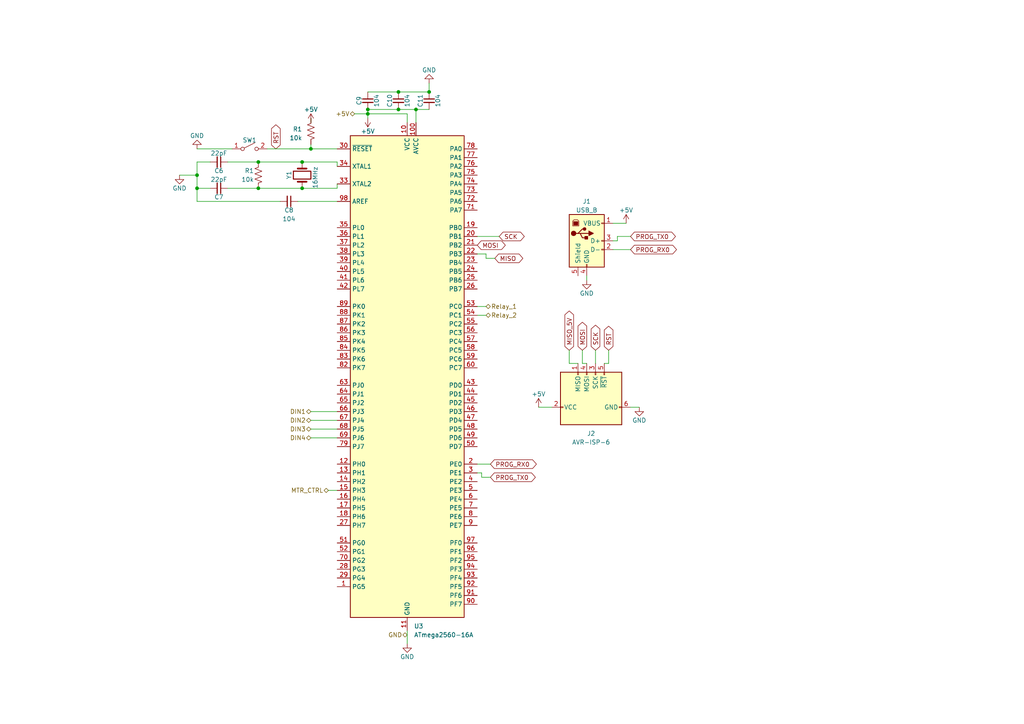
<source format=kicad_sch>
(kicad_sch (version 20230121) (generator eeschema)

  (uuid fabb5070-0c0f-4dfd-973d-1084c2b7a386)

  (paper "A4")

  (lib_symbols
    (symbol "Connector:AVR-ISP-6" (pin_names (offset 1.016)) (in_bom yes) (on_board yes)
      (property "Reference" "J" (at -6.35 11.43 0)
        (effects (font (size 1.27 1.27)) (justify left))
      )
      (property "Value" "AVR-ISP-6" (at 0 11.43 0)
        (effects (font (size 1.27 1.27)) (justify left))
      )
      (property "Footprint" "" (at -6.35 1.27 90)
        (effects (font (size 1.27 1.27)) hide)
      )
      (property "Datasheet" " ~" (at -32.385 -13.97 0)
        (effects (font (size 1.27 1.27)) hide)
      )
      (property "ki_keywords" "AVR ISP Connector" (at 0 0 0)
        (effects (font (size 1.27 1.27)) hide)
      )
      (property "ki_description" "Atmel 6-pin ISP connector" (at 0 0 0)
        (effects (font (size 1.27 1.27)) hide)
      )
      (property "ki_fp_filters" "IDC?Header*2x03* Pin?Header*2x03*" (at 0 0 0)
        (effects (font (size 1.27 1.27)) hide)
      )
      (symbol "AVR-ISP-6_0_1"
        (rectangle (start -2.667 -6.858) (end -2.413 -7.62)
          (stroke (width 0) (type default))
          (fill (type none))
        )
        (rectangle (start -2.667 10.16) (end -2.413 9.398)
          (stroke (width 0) (type default))
          (fill (type none))
        )
        (rectangle (start 7.62 -2.413) (end 6.858 -2.667)
          (stroke (width 0) (type default))
          (fill (type none))
        )
        (rectangle (start 7.62 0.127) (end 6.858 -0.127)
          (stroke (width 0) (type default))
          (fill (type none))
        )
        (rectangle (start 7.62 2.667) (end 6.858 2.413)
          (stroke (width 0) (type default))
          (fill (type none))
        )
        (rectangle (start 7.62 5.207) (end 6.858 4.953)
          (stroke (width 0) (type default))
          (fill (type none))
        )
        (rectangle (start 7.62 10.16) (end -7.62 -7.62)
          (stroke (width 0.254) (type default))
          (fill (type background))
        )
      )
      (symbol "AVR-ISP-6_1_1"
        (pin passive line (at 10.16 5.08 180) (length 2.54)
          (name "MISO" (effects (font (size 1.27 1.27))))
          (number "1" (effects (font (size 1.27 1.27))))
        )
        (pin passive line (at -2.54 12.7 270) (length 2.54)
          (name "VCC" (effects (font (size 1.27 1.27))))
          (number "2" (effects (font (size 1.27 1.27))))
        )
        (pin passive line (at 10.16 0 180) (length 2.54)
          (name "SCK" (effects (font (size 1.27 1.27))))
          (number "3" (effects (font (size 1.27 1.27))))
        )
        (pin passive line (at 10.16 2.54 180) (length 2.54)
          (name "MOSI" (effects (font (size 1.27 1.27))))
          (number "4" (effects (font (size 1.27 1.27))))
        )
        (pin passive line (at 10.16 -2.54 180) (length 2.54)
          (name "~{RST}" (effects (font (size 1.27 1.27))))
          (number "5" (effects (font (size 1.27 1.27))))
        )
        (pin passive line (at -2.54 -10.16 90) (length 2.54)
          (name "GND" (effects (font (size 1.27 1.27))))
          (number "6" (effects (font (size 1.27 1.27))))
        )
      )
    )
    (symbol "Connector:USB_B" (pin_names (offset 1.016)) (in_bom yes) (on_board yes)
      (property "Reference" "J" (at -5.08 11.43 0)
        (effects (font (size 1.27 1.27)) (justify left))
      )
      (property "Value" "USB_B" (at -5.08 8.89 0)
        (effects (font (size 1.27 1.27)) (justify left))
      )
      (property "Footprint" "" (at 3.81 -1.27 0)
        (effects (font (size 1.27 1.27)) hide)
      )
      (property "Datasheet" " ~" (at 3.81 -1.27 0)
        (effects (font (size 1.27 1.27)) hide)
      )
      (property "ki_keywords" "connector USB" (at 0 0 0)
        (effects (font (size 1.27 1.27)) hide)
      )
      (property "ki_description" "USB Type B connector" (at 0 0 0)
        (effects (font (size 1.27 1.27)) hide)
      )
      (property "ki_fp_filters" "USB*" (at 0 0 0)
        (effects (font (size 1.27 1.27)) hide)
      )
      (symbol "USB_B_0_1"
        (rectangle (start -5.08 -7.62) (end 5.08 7.62)
          (stroke (width 0.254) (type default))
          (fill (type background))
        )
        (circle (center -3.81 2.159) (radius 0.635)
          (stroke (width 0.254) (type default))
          (fill (type outline))
        )
        (rectangle (start -3.81 5.588) (end -2.54 4.572)
          (stroke (width 0) (type default))
          (fill (type outline))
        )
        (circle (center -0.635 3.429) (radius 0.381)
          (stroke (width 0.254) (type default))
          (fill (type outline))
        )
        (rectangle (start -0.127 -7.62) (end 0.127 -6.858)
          (stroke (width 0) (type default))
          (fill (type none))
        )
        (polyline
          (pts
            (xy -1.905 2.159)
            (xy 0.635 2.159)
          )
          (stroke (width 0.254) (type default))
          (fill (type none))
        )
        (polyline
          (pts
            (xy -3.175 2.159)
            (xy -2.54 2.159)
            (xy -1.27 3.429)
            (xy -0.635 3.429)
          )
          (stroke (width 0.254) (type default))
          (fill (type none))
        )
        (polyline
          (pts
            (xy -2.54 2.159)
            (xy -1.905 2.159)
            (xy -1.27 0.889)
            (xy 0 0.889)
          )
          (stroke (width 0.254) (type default))
          (fill (type none))
        )
        (polyline
          (pts
            (xy 0.635 2.794)
            (xy 0.635 1.524)
            (xy 1.905 2.159)
            (xy 0.635 2.794)
          )
          (stroke (width 0.254) (type default))
          (fill (type outline))
        )
        (polyline
          (pts
            (xy -4.064 4.318)
            (xy -2.286 4.318)
            (xy -2.286 5.715)
            (xy -2.667 6.096)
            (xy -3.683 6.096)
            (xy -4.064 5.715)
            (xy -4.064 4.318)
          )
          (stroke (width 0) (type default))
          (fill (type none))
        )
        (rectangle (start 0.254 1.27) (end -0.508 0.508)
          (stroke (width 0.254) (type default))
          (fill (type outline))
        )
        (rectangle (start 5.08 -2.667) (end 4.318 -2.413)
          (stroke (width 0) (type default))
          (fill (type none))
        )
        (rectangle (start 5.08 -0.127) (end 4.318 0.127)
          (stroke (width 0) (type default))
          (fill (type none))
        )
        (rectangle (start 5.08 4.953) (end 4.318 5.207)
          (stroke (width 0) (type default))
          (fill (type none))
        )
      )
      (symbol "USB_B_1_1"
        (pin power_out line (at 7.62 5.08 180) (length 2.54)
          (name "VBUS" (effects (font (size 1.27 1.27))))
          (number "1" (effects (font (size 1.27 1.27))))
        )
        (pin bidirectional line (at 7.62 -2.54 180) (length 2.54)
          (name "D-" (effects (font (size 1.27 1.27))))
          (number "2" (effects (font (size 1.27 1.27))))
        )
        (pin bidirectional line (at 7.62 0 180) (length 2.54)
          (name "D+" (effects (font (size 1.27 1.27))))
          (number "3" (effects (font (size 1.27 1.27))))
        )
        (pin power_out line (at 0 -10.16 90) (length 2.54)
          (name "GND" (effects (font (size 1.27 1.27))))
          (number "4" (effects (font (size 1.27 1.27))))
        )
        (pin passive line (at -2.54 -10.16 90) (length 2.54)
          (name "Shield" (effects (font (size 1.27 1.27))))
          (number "5" (effects (font (size 1.27 1.27))))
        )
      )
    )
    (symbol "Device:C_Small" (pin_numbers hide) (pin_names (offset 0.254) hide) (in_bom yes) (on_board yes)
      (property "Reference" "C" (at 0.254 1.778 0)
        (effects (font (size 1.27 1.27)) (justify left))
      )
      (property "Value" "C_Small" (at 0.254 -2.032 0)
        (effects (font (size 1.27 1.27)) (justify left))
      )
      (property "Footprint" "" (at 0 0 0)
        (effects (font (size 1.27 1.27)) hide)
      )
      (property "Datasheet" "~" (at 0 0 0)
        (effects (font (size 1.27 1.27)) hide)
      )
      (property "ki_keywords" "capacitor cap" (at 0 0 0)
        (effects (font (size 1.27 1.27)) hide)
      )
      (property "ki_description" "Unpolarized capacitor, small symbol" (at 0 0 0)
        (effects (font (size 1.27 1.27)) hide)
      )
      (property "ki_fp_filters" "C_*" (at 0 0 0)
        (effects (font (size 1.27 1.27)) hide)
      )
      (symbol "C_Small_0_1"
        (polyline
          (pts
            (xy -1.524 -0.508)
            (xy 1.524 -0.508)
          )
          (stroke (width 0.3302) (type default))
          (fill (type none))
        )
        (polyline
          (pts
            (xy -1.524 0.508)
            (xy 1.524 0.508)
          )
          (stroke (width 0.3048) (type default))
          (fill (type none))
        )
      )
      (symbol "C_Small_1_1"
        (pin passive line (at 0 2.54 270) (length 2.032)
          (name "~" (effects (font (size 1.27 1.27))))
          (number "1" (effects (font (size 1.27 1.27))))
        )
        (pin passive line (at 0 -2.54 90) (length 2.032)
          (name "~" (effects (font (size 1.27 1.27))))
          (number "2" (effects (font (size 1.27 1.27))))
        )
      )
    )
    (symbol "Device:Crystal" (pin_numbers hide) (pin_names (offset 1.016) hide) (in_bom yes) (on_board yes)
      (property "Reference" "Y" (at 0 3.81 0)
        (effects (font (size 1.27 1.27)))
      )
      (property "Value" "Crystal" (at 0 -3.81 0)
        (effects (font (size 1.27 1.27)))
      )
      (property "Footprint" "" (at 0 0 0)
        (effects (font (size 1.27 1.27)) hide)
      )
      (property "Datasheet" "~" (at 0 0 0)
        (effects (font (size 1.27 1.27)) hide)
      )
      (property "ki_keywords" "quartz ceramic resonator oscillator" (at 0 0 0)
        (effects (font (size 1.27 1.27)) hide)
      )
      (property "ki_description" "Two pin crystal" (at 0 0 0)
        (effects (font (size 1.27 1.27)) hide)
      )
      (property "ki_fp_filters" "Crystal*" (at 0 0 0)
        (effects (font (size 1.27 1.27)) hide)
      )
      (symbol "Crystal_0_1"
        (rectangle (start -1.143 2.54) (end 1.143 -2.54)
          (stroke (width 0.3048) (type default))
          (fill (type none))
        )
        (polyline
          (pts
            (xy -2.54 0)
            (xy -1.905 0)
          )
          (stroke (width 0) (type default))
          (fill (type none))
        )
        (polyline
          (pts
            (xy -1.905 -1.27)
            (xy -1.905 1.27)
          )
          (stroke (width 0.508) (type default))
          (fill (type none))
        )
        (polyline
          (pts
            (xy 1.905 -1.27)
            (xy 1.905 1.27)
          )
          (stroke (width 0.508) (type default))
          (fill (type none))
        )
        (polyline
          (pts
            (xy 2.54 0)
            (xy 1.905 0)
          )
          (stroke (width 0) (type default))
          (fill (type none))
        )
      )
      (symbol "Crystal_1_1"
        (pin passive line (at -3.81 0 0) (length 1.27)
          (name "1" (effects (font (size 1.27 1.27))))
          (number "1" (effects (font (size 1.27 1.27))))
        )
        (pin passive line (at 3.81 0 180) (length 1.27)
          (name "2" (effects (font (size 1.27 1.27))))
          (number "2" (effects (font (size 1.27 1.27))))
        )
      )
    )
    (symbol "Device:R_US" (pin_numbers hide) (pin_names (offset 0)) (in_bom yes) (on_board yes)
      (property "Reference" "R" (at 2.54 0 90)
        (effects (font (size 1.27 1.27)))
      )
      (property "Value" "R_US" (at -2.54 0 90)
        (effects (font (size 1.27 1.27)))
      )
      (property "Footprint" "" (at 1.016 -0.254 90)
        (effects (font (size 1.27 1.27)) hide)
      )
      (property "Datasheet" "~" (at 0 0 0)
        (effects (font (size 1.27 1.27)) hide)
      )
      (property "ki_keywords" "R res resistor" (at 0 0 0)
        (effects (font (size 1.27 1.27)) hide)
      )
      (property "ki_description" "Resistor, US symbol" (at 0 0 0)
        (effects (font (size 1.27 1.27)) hide)
      )
      (property "ki_fp_filters" "R_*" (at 0 0 0)
        (effects (font (size 1.27 1.27)) hide)
      )
      (symbol "R_US_0_1"
        (polyline
          (pts
            (xy 0 -2.286)
            (xy 0 -2.54)
          )
          (stroke (width 0) (type default))
          (fill (type none))
        )
        (polyline
          (pts
            (xy 0 2.286)
            (xy 0 2.54)
          )
          (stroke (width 0) (type default))
          (fill (type none))
        )
        (polyline
          (pts
            (xy 0 -0.762)
            (xy 1.016 -1.143)
            (xy 0 -1.524)
            (xy -1.016 -1.905)
            (xy 0 -2.286)
          )
          (stroke (width 0) (type default))
          (fill (type none))
        )
        (polyline
          (pts
            (xy 0 0.762)
            (xy 1.016 0.381)
            (xy 0 0)
            (xy -1.016 -0.381)
            (xy 0 -0.762)
          )
          (stroke (width 0) (type default))
          (fill (type none))
        )
        (polyline
          (pts
            (xy 0 2.286)
            (xy 1.016 1.905)
            (xy 0 1.524)
            (xy -1.016 1.143)
            (xy 0 0.762)
          )
          (stroke (width 0) (type default))
          (fill (type none))
        )
      )
      (symbol "R_US_1_1"
        (pin passive line (at 0 3.81 270) (length 1.27)
          (name "~" (effects (font (size 1.27 1.27))))
          (number "1" (effects (font (size 1.27 1.27))))
        )
        (pin passive line (at 0 -3.81 90) (length 1.27)
          (name "~" (effects (font (size 1.27 1.27))))
          (number "2" (effects (font (size 1.27 1.27))))
        )
      )
    )
    (symbol "MCU_Microchip_ATmega:ATmega2560-16A" (in_bom yes) (on_board yes)
      (property "Reference" "U" (at 0 1.27 0)
        (effects (font (size 1.27 1.27)) (justify bottom))
      )
      (property "Value" "ATmega2560-16A" (at 0 -1.27 0)
        (effects (font (size 1.27 1.27)) (justify top))
      )
      (property "Footprint" "Package_QFP:TQFP-100_14x14mm_P0.5mm" (at 0 0 0)
        (effects (font (size 1.27 1.27) italic) hide)
      )
      (property "Datasheet" "http://ww1.microchip.com/downloads/en/DeviceDoc/Atmel-2549-8-bit-AVR-Microcontroller-ATmega640-1280-1281-2560-2561_datasheet.pdf" (at 0 0 0)
        (effects (font (size 1.27 1.27)) hide)
      )
      (property "ki_keywords" "AVR 8bit Microcontroller MegaAVR" (at 0 0 0)
        (effects (font (size 1.27 1.27)) hide)
      )
      (property "ki_description" "16MHz, 256kB Flash, 8kB SRAM, 4kB EEPROM, JTAG, TQFP-100" (at 0 0 0)
        (effects (font (size 1.27 1.27)) hide)
      )
      (property "ki_fp_filters" "TQFP*14x14mm*P0.5mm*" (at 0 0 0)
        (effects (font (size 1.27 1.27)) hide)
      )
      (symbol "ATmega2560-16A_0_1"
        (rectangle (start -16.51 -69.85) (end 16.51 69.85)
          (stroke (width 0.254) (type default))
          (fill (type background))
        )
      )
      (symbol "ATmega2560-16A_1_1"
        (pin bidirectional line (at -20.32 -60.96 0) (length 3.81)
          (name "PG5" (effects (font (size 1.27 1.27))))
          (number "1" (effects (font (size 1.27 1.27))))
        )
        (pin power_in line (at 0 73.66 270) (length 3.81)
          (name "VCC" (effects (font (size 1.27 1.27))))
          (number "10" (effects (font (size 1.27 1.27))))
        )
        (pin power_in line (at 2.54 73.66 270) (length 3.81)
          (name "AVCC" (effects (font (size 1.27 1.27))))
          (number "100" (effects (font (size 1.27 1.27))))
        )
        (pin power_in line (at 0 -73.66 90) (length 3.81)
          (name "GND" (effects (font (size 1.27 1.27))))
          (number "11" (effects (font (size 1.27 1.27))))
        )
        (pin bidirectional line (at -20.32 -25.4 0) (length 3.81)
          (name "PH0" (effects (font (size 1.27 1.27))))
          (number "12" (effects (font (size 1.27 1.27))))
        )
        (pin bidirectional line (at -20.32 -27.94 0) (length 3.81)
          (name "PH1" (effects (font (size 1.27 1.27))))
          (number "13" (effects (font (size 1.27 1.27))))
        )
        (pin bidirectional line (at -20.32 -30.48 0) (length 3.81)
          (name "PH2" (effects (font (size 1.27 1.27))))
          (number "14" (effects (font (size 1.27 1.27))))
        )
        (pin bidirectional line (at -20.32 -33.02 0) (length 3.81)
          (name "PH3" (effects (font (size 1.27 1.27))))
          (number "15" (effects (font (size 1.27 1.27))))
        )
        (pin bidirectional line (at -20.32 -35.56 0) (length 3.81)
          (name "PH4" (effects (font (size 1.27 1.27))))
          (number "16" (effects (font (size 1.27 1.27))))
        )
        (pin bidirectional line (at -20.32 -38.1 0) (length 3.81)
          (name "PH5" (effects (font (size 1.27 1.27))))
          (number "17" (effects (font (size 1.27 1.27))))
        )
        (pin bidirectional line (at -20.32 -40.64 0) (length 3.81)
          (name "PH6" (effects (font (size 1.27 1.27))))
          (number "18" (effects (font (size 1.27 1.27))))
        )
        (pin bidirectional line (at 20.32 43.18 180) (length 3.81)
          (name "PB0" (effects (font (size 1.27 1.27))))
          (number "19" (effects (font (size 1.27 1.27))))
        )
        (pin bidirectional line (at 20.32 -25.4 180) (length 3.81)
          (name "PE0" (effects (font (size 1.27 1.27))))
          (number "2" (effects (font (size 1.27 1.27))))
        )
        (pin bidirectional line (at 20.32 40.64 180) (length 3.81)
          (name "PB1" (effects (font (size 1.27 1.27))))
          (number "20" (effects (font (size 1.27 1.27))))
        )
        (pin bidirectional line (at 20.32 38.1 180) (length 3.81)
          (name "PB2" (effects (font (size 1.27 1.27))))
          (number "21" (effects (font (size 1.27 1.27))))
        )
        (pin bidirectional line (at 20.32 35.56 180) (length 3.81)
          (name "PB3" (effects (font (size 1.27 1.27))))
          (number "22" (effects (font (size 1.27 1.27))))
        )
        (pin bidirectional line (at 20.32 33.02 180) (length 3.81)
          (name "PB4" (effects (font (size 1.27 1.27))))
          (number "23" (effects (font (size 1.27 1.27))))
        )
        (pin bidirectional line (at 20.32 30.48 180) (length 3.81)
          (name "PB5" (effects (font (size 1.27 1.27))))
          (number "24" (effects (font (size 1.27 1.27))))
        )
        (pin bidirectional line (at 20.32 27.94 180) (length 3.81)
          (name "PB6" (effects (font (size 1.27 1.27))))
          (number "25" (effects (font (size 1.27 1.27))))
        )
        (pin bidirectional line (at 20.32 25.4 180) (length 3.81)
          (name "PB7" (effects (font (size 1.27 1.27))))
          (number "26" (effects (font (size 1.27 1.27))))
        )
        (pin bidirectional line (at -20.32 -43.18 0) (length 3.81)
          (name "PH7" (effects (font (size 1.27 1.27))))
          (number "27" (effects (font (size 1.27 1.27))))
        )
        (pin bidirectional line (at -20.32 -55.88 0) (length 3.81)
          (name "PG3" (effects (font (size 1.27 1.27))))
          (number "28" (effects (font (size 1.27 1.27))))
        )
        (pin bidirectional line (at -20.32 -58.42 0) (length 3.81)
          (name "PG4" (effects (font (size 1.27 1.27))))
          (number "29" (effects (font (size 1.27 1.27))))
        )
        (pin bidirectional line (at 20.32 -27.94 180) (length 3.81)
          (name "PE1" (effects (font (size 1.27 1.27))))
          (number "3" (effects (font (size 1.27 1.27))))
        )
        (pin input line (at -20.32 66.04 0) (length 3.81)
          (name "~{RESET}" (effects (font (size 1.27 1.27))))
          (number "30" (effects (font (size 1.27 1.27))))
        )
        (pin passive line (at 0 73.66 270) (length 3.81) hide
          (name "VCC" (effects (font (size 1.27 1.27))))
          (number "31" (effects (font (size 1.27 1.27))))
        )
        (pin passive line (at 0 -73.66 90) (length 3.81) hide
          (name "GND" (effects (font (size 1.27 1.27))))
          (number "32" (effects (font (size 1.27 1.27))))
        )
        (pin output line (at -20.32 55.88 0) (length 3.81)
          (name "XTAL2" (effects (font (size 1.27 1.27))))
          (number "33" (effects (font (size 1.27 1.27))))
        )
        (pin input line (at -20.32 60.96 0) (length 3.81)
          (name "XTAL1" (effects (font (size 1.27 1.27))))
          (number "34" (effects (font (size 1.27 1.27))))
        )
        (pin bidirectional line (at -20.32 43.18 0) (length 3.81)
          (name "PL0" (effects (font (size 1.27 1.27))))
          (number "35" (effects (font (size 1.27 1.27))))
        )
        (pin bidirectional line (at -20.32 40.64 0) (length 3.81)
          (name "PL1" (effects (font (size 1.27 1.27))))
          (number "36" (effects (font (size 1.27 1.27))))
        )
        (pin bidirectional line (at -20.32 38.1 0) (length 3.81)
          (name "PL2" (effects (font (size 1.27 1.27))))
          (number "37" (effects (font (size 1.27 1.27))))
        )
        (pin bidirectional line (at -20.32 35.56 0) (length 3.81)
          (name "PL3" (effects (font (size 1.27 1.27))))
          (number "38" (effects (font (size 1.27 1.27))))
        )
        (pin bidirectional line (at -20.32 33.02 0) (length 3.81)
          (name "PL4" (effects (font (size 1.27 1.27))))
          (number "39" (effects (font (size 1.27 1.27))))
        )
        (pin bidirectional line (at 20.32 -30.48 180) (length 3.81)
          (name "PE2" (effects (font (size 1.27 1.27))))
          (number "4" (effects (font (size 1.27 1.27))))
        )
        (pin bidirectional line (at -20.32 30.48 0) (length 3.81)
          (name "PL5" (effects (font (size 1.27 1.27))))
          (number "40" (effects (font (size 1.27 1.27))))
        )
        (pin bidirectional line (at -20.32 27.94 0) (length 3.81)
          (name "PL6" (effects (font (size 1.27 1.27))))
          (number "41" (effects (font (size 1.27 1.27))))
        )
        (pin bidirectional line (at -20.32 25.4 0) (length 3.81)
          (name "PL7" (effects (font (size 1.27 1.27))))
          (number "42" (effects (font (size 1.27 1.27))))
        )
        (pin bidirectional line (at 20.32 -2.54 180) (length 3.81)
          (name "PD0" (effects (font (size 1.27 1.27))))
          (number "43" (effects (font (size 1.27 1.27))))
        )
        (pin bidirectional line (at 20.32 -5.08 180) (length 3.81)
          (name "PD1" (effects (font (size 1.27 1.27))))
          (number "44" (effects (font (size 1.27 1.27))))
        )
        (pin bidirectional line (at 20.32 -7.62 180) (length 3.81)
          (name "PD2" (effects (font (size 1.27 1.27))))
          (number "45" (effects (font (size 1.27 1.27))))
        )
        (pin bidirectional line (at 20.32 -10.16 180) (length 3.81)
          (name "PD3" (effects (font (size 1.27 1.27))))
          (number "46" (effects (font (size 1.27 1.27))))
        )
        (pin bidirectional line (at 20.32 -12.7 180) (length 3.81)
          (name "PD4" (effects (font (size 1.27 1.27))))
          (number "47" (effects (font (size 1.27 1.27))))
        )
        (pin bidirectional line (at 20.32 -15.24 180) (length 3.81)
          (name "PD5" (effects (font (size 1.27 1.27))))
          (number "48" (effects (font (size 1.27 1.27))))
        )
        (pin bidirectional line (at 20.32 -17.78 180) (length 3.81)
          (name "PD6" (effects (font (size 1.27 1.27))))
          (number "49" (effects (font (size 1.27 1.27))))
        )
        (pin bidirectional line (at 20.32 -33.02 180) (length 3.81)
          (name "PE3" (effects (font (size 1.27 1.27))))
          (number "5" (effects (font (size 1.27 1.27))))
        )
        (pin bidirectional line (at 20.32 -20.32 180) (length 3.81)
          (name "PD7" (effects (font (size 1.27 1.27))))
          (number "50" (effects (font (size 1.27 1.27))))
        )
        (pin bidirectional line (at -20.32 -48.26 0) (length 3.81)
          (name "PG0" (effects (font (size 1.27 1.27))))
          (number "51" (effects (font (size 1.27 1.27))))
        )
        (pin bidirectional line (at -20.32 -50.8 0) (length 3.81)
          (name "PG1" (effects (font (size 1.27 1.27))))
          (number "52" (effects (font (size 1.27 1.27))))
        )
        (pin bidirectional line (at 20.32 20.32 180) (length 3.81)
          (name "PC0" (effects (font (size 1.27 1.27))))
          (number "53" (effects (font (size 1.27 1.27))))
        )
        (pin bidirectional line (at 20.32 17.78 180) (length 3.81)
          (name "PC1" (effects (font (size 1.27 1.27))))
          (number "54" (effects (font (size 1.27 1.27))))
        )
        (pin bidirectional line (at 20.32 15.24 180) (length 3.81)
          (name "PC2" (effects (font (size 1.27 1.27))))
          (number "55" (effects (font (size 1.27 1.27))))
        )
        (pin bidirectional line (at 20.32 12.7 180) (length 3.81)
          (name "PC3" (effects (font (size 1.27 1.27))))
          (number "56" (effects (font (size 1.27 1.27))))
        )
        (pin bidirectional line (at 20.32 10.16 180) (length 3.81)
          (name "PC4" (effects (font (size 1.27 1.27))))
          (number "57" (effects (font (size 1.27 1.27))))
        )
        (pin bidirectional line (at 20.32 7.62 180) (length 3.81)
          (name "PC5" (effects (font (size 1.27 1.27))))
          (number "58" (effects (font (size 1.27 1.27))))
        )
        (pin bidirectional line (at 20.32 5.08 180) (length 3.81)
          (name "PC6" (effects (font (size 1.27 1.27))))
          (number "59" (effects (font (size 1.27 1.27))))
        )
        (pin bidirectional line (at 20.32 -35.56 180) (length 3.81)
          (name "PE4" (effects (font (size 1.27 1.27))))
          (number "6" (effects (font (size 1.27 1.27))))
        )
        (pin bidirectional line (at 20.32 2.54 180) (length 3.81)
          (name "PC7" (effects (font (size 1.27 1.27))))
          (number "60" (effects (font (size 1.27 1.27))))
        )
        (pin passive line (at 0 73.66 270) (length 3.81) hide
          (name "VCC" (effects (font (size 1.27 1.27))))
          (number "61" (effects (font (size 1.27 1.27))))
        )
        (pin passive line (at 0 -73.66 90) (length 3.81) hide
          (name "GND" (effects (font (size 1.27 1.27))))
          (number "62" (effects (font (size 1.27 1.27))))
        )
        (pin bidirectional line (at -20.32 -2.54 0) (length 3.81)
          (name "PJ0" (effects (font (size 1.27 1.27))))
          (number "63" (effects (font (size 1.27 1.27))))
        )
        (pin bidirectional line (at -20.32 -5.08 0) (length 3.81)
          (name "PJ1" (effects (font (size 1.27 1.27))))
          (number "64" (effects (font (size 1.27 1.27))))
        )
        (pin bidirectional line (at -20.32 -7.62 0) (length 3.81)
          (name "PJ2" (effects (font (size 1.27 1.27))))
          (number "65" (effects (font (size 1.27 1.27))))
        )
        (pin bidirectional line (at -20.32 -10.16 0) (length 3.81)
          (name "PJ3" (effects (font (size 1.27 1.27))))
          (number "66" (effects (font (size 1.27 1.27))))
        )
        (pin bidirectional line (at -20.32 -12.7 0) (length 3.81)
          (name "PJ4" (effects (font (size 1.27 1.27))))
          (number "67" (effects (font (size 1.27 1.27))))
        )
        (pin bidirectional line (at -20.32 -15.24 0) (length 3.81)
          (name "PJ5" (effects (font (size 1.27 1.27))))
          (number "68" (effects (font (size 1.27 1.27))))
        )
        (pin bidirectional line (at -20.32 -17.78 0) (length 3.81)
          (name "PJ6" (effects (font (size 1.27 1.27))))
          (number "69" (effects (font (size 1.27 1.27))))
        )
        (pin bidirectional line (at 20.32 -38.1 180) (length 3.81)
          (name "PE5" (effects (font (size 1.27 1.27))))
          (number "7" (effects (font (size 1.27 1.27))))
        )
        (pin bidirectional line (at -20.32 -53.34 0) (length 3.81)
          (name "PG2" (effects (font (size 1.27 1.27))))
          (number "70" (effects (font (size 1.27 1.27))))
        )
        (pin bidirectional line (at 20.32 48.26 180) (length 3.81)
          (name "PA7" (effects (font (size 1.27 1.27))))
          (number "71" (effects (font (size 1.27 1.27))))
        )
        (pin bidirectional line (at 20.32 50.8 180) (length 3.81)
          (name "PA6" (effects (font (size 1.27 1.27))))
          (number "72" (effects (font (size 1.27 1.27))))
        )
        (pin bidirectional line (at 20.32 53.34 180) (length 3.81)
          (name "PA5" (effects (font (size 1.27 1.27))))
          (number "73" (effects (font (size 1.27 1.27))))
        )
        (pin bidirectional line (at 20.32 55.88 180) (length 3.81)
          (name "PA4" (effects (font (size 1.27 1.27))))
          (number "74" (effects (font (size 1.27 1.27))))
        )
        (pin bidirectional line (at 20.32 58.42 180) (length 3.81)
          (name "PA3" (effects (font (size 1.27 1.27))))
          (number "75" (effects (font (size 1.27 1.27))))
        )
        (pin bidirectional line (at 20.32 60.96 180) (length 3.81)
          (name "PA2" (effects (font (size 1.27 1.27))))
          (number "76" (effects (font (size 1.27 1.27))))
        )
        (pin bidirectional line (at 20.32 63.5 180) (length 3.81)
          (name "PA1" (effects (font (size 1.27 1.27))))
          (number "77" (effects (font (size 1.27 1.27))))
        )
        (pin bidirectional line (at 20.32 66.04 180) (length 3.81)
          (name "PA0" (effects (font (size 1.27 1.27))))
          (number "78" (effects (font (size 1.27 1.27))))
        )
        (pin bidirectional line (at -20.32 -20.32 0) (length 3.81)
          (name "PJ7" (effects (font (size 1.27 1.27))))
          (number "79" (effects (font (size 1.27 1.27))))
        )
        (pin bidirectional line (at 20.32 -40.64 180) (length 3.81)
          (name "PE6" (effects (font (size 1.27 1.27))))
          (number "8" (effects (font (size 1.27 1.27))))
        )
        (pin passive line (at 0 73.66 270) (length 3.81) hide
          (name "VCC" (effects (font (size 1.27 1.27))))
          (number "80" (effects (font (size 1.27 1.27))))
        )
        (pin passive line (at 0 -73.66 90) (length 3.81) hide
          (name "GND" (effects (font (size 1.27 1.27))))
          (number "81" (effects (font (size 1.27 1.27))))
        )
        (pin bidirectional line (at -20.32 2.54 0) (length 3.81)
          (name "PK7" (effects (font (size 1.27 1.27))))
          (number "82" (effects (font (size 1.27 1.27))))
        )
        (pin bidirectional line (at -20.32 5.08 0) (length 3.81)
          (name "PK6" (effects (font (size 1.27 1.27))))
          (number "83" (effects (font (size 1.27 1.27))))
        )
        (pin bidirectional line (at -20.32 7.62 0) (length 3.81)
          (name "PK5" (effects (font (size 1.27 1.27))))
          (number "84" (effects (font (size 1.27 1.27))))
        )
        (pin bidirectional line (at -20.32 10.16 0) (length 3.81)
          (name "PK4" (effects (font (size 1.27 1.27))))
          (number "85" (effects (font (size 1.27 1.27))))
        )
        (pin bidirectional line (at -20.32 12.7 0) (length 3.81)
          (name "PK3" (effects (font (size 1.27 1.27))))
          (number "86" (effects (font (size 1.27 1.27))))
        )
        (pin bidirectional line (at -20.32 15.24 0) (length 3.81)
          (name "PK2" (effects (font (size 1.27 1.27))))
          (number "87" (effects (font (size 1.27 1.27))))
        )
        (pin bidirectional line (at -20.32 17.78 0) (length 3.81)
          (name "PK1" (effects (font (size 1.27 1.27))))
          (number "88" (effects (font (size 1.27 1.27))))
        )
        (pin bidirectional line (at -20.32 20.32 0) (length 3.81)
          (name "PK0" (effects (font (size 1.27 1.27))))
          (number "89" (effects (font (size 1.27 1.27))))
        )
        (pin bidirectional line (at 20.32 -43.18 180) (length 3.81)
          (name "PE7" (effects (font (size 1.27 1.27))))
          (number "9" (effects (font (size 1.27 1.27))))
        )
        (pin bidirectional line (at 20.32 -66.04 180) (length 3.81)
          (name "PF7" (effects (font (size 1.27 1.27))))
          (number "90" (effects (font (size 1.27 1.27))))
        )
        (pin bidirectional line (at 20.32 -63.5 180) (length 3.81)
          (name "PF6" (effects (font (size 1.27 1.27))))
          (number "91" (effects (font (size 1.27 1.27))))
        )
        (pin bidirectional line (at 20.32 -60.96 180) (length 3.81)
          (name "PF5" (effects (font (size 1.27 1.27))))
          (number "92" (effects (font (size 1.27 1.27))))
        )
        (pin bidirectional line (at 20.32 -58.42 180) (length 3.81)
          (name "PF4" (effects (font (size 1.27 1.27))))
          (number "93" (effects (font (size 1.27 1.27))))
        )
        (pin bidirectional line (at 20.32 -55.88 180) (length 3.81)
          (name "PF3" (effects (font (size 1.27 1.27))))
          (number "94" (effects (font (size 1.27 1.27))))
        )
        (pin bidirectional line (at 20.32 -53.34 180) (length 3.81)
          (name "PF2" (effects (font (size 1.27 1.27))))
          (number "95" (effects (font (size 1.27 1.27))))
        )
        (pin bidirectional line (at 20.32 -50.8 180) (length 3.81)
          (name "PF1" (effects (font (size 1.27 1.27))))
          (number "96" (effects (font (size 1.27 1.27))))
        )
        (pin bidirectional line (at 20.32 -48.26 180) (length 3.81)
          (name "PF0" (effects (font (size 1.27 1.27))))
          (number "97" (effects (font (size 1.27 1.27))))
        )
        (pin passive line (at -20.32 50.8 0) (length 3.81)
          (name "AREF" (effects (font (size 1.27 1.27))))
          (number "98" (effects (font (size 1.27 1.27))))
        )
        (pin passive line (at 0 -73.66 90) (length 3.81) hide
          (name "GND" (effects (font (size 1.27 1.27))))
          (number "99" (effects (font (size 1.27 1.27))))
        )
      )
    )
    (symbol "Switch:SW_SPST" (pin_names (offset 0) hide) (in_bom yes) (on_board yes)
      (property "Reference" "SW" (at 0 3.175 0)
        (effects (font (size 1.27 1.27)))
      )
      (property "Value" "SW_SPST" (at 0 -2.54 0)
        (effects (font (size 1.27 1.27)))
      )
      (property "Footprint" "" (at 0 0 0)
        (effects (font (size 1.27 1.27)) hide)
      )
      (property "Datasheet" "~" (at 0 0 0)
        (effects (font (size 1.27 1.27)) hide)
      )
      (property "ki_keywords" "switch lever" (at 0 0 0)
        (effects (font (size 1.27 1.27)) hide)
      )
      (property "ki_description" "Single Pole Single Throw (SPST) switch" (at 0 0 0)
        (effects (font (size 1.27 1.27)) hide)
      )
      (symbol "SW_SPST_0_0"
        (circle (center -2.032 0) (radius 0.508)
          (stroke (width 0) (type default))
          (fill (type none))
        )
        (polyline
          (pts
            (xy -1.524 0.254)
            (xy 1.524 1.778)
          )
          (stroke (width 0) (type default))
          (fill (type none))
        )
        (circle (center 2.032 0) (radius 0.508)
          (stroke (width 0) (type default))
          (fill (type none))
        )
      )
      (symbol "SW_SPST_1_1"
        (pin passive line (at -5.08 0 0) (length 2.54)
          (name "A" (effects (font (size 1.27 1.27))))
          (number "1" (effects (font (size 1.27 1.27))))
        )
        (pin passive line (at 5.08 0 180) (length 2.54)
          (name "B" (effects (font (size 1.27 1.27))))
          (number "2" (effects (font (size 1.27 1.27))))
        )
      )
    )
    (symbol "power:+5V" (power) (pin_names (offset 0)) (in_bom yes) (on_board yes)
      (property "Reference" "#PWR" (at 0 -3.81 0)
        (effects (font (size 1.27 1.27)) hide)
      )
      (property "Value" "+5V" (at 0 3.556 0)
        (effects (font (size 1.27 1.27)))
      )
      (property "Footprint" "" (at 0 0 0)
        (effects (font (size 1.27 1.27)) hide)
      )
      (property "Datasheet" "" (at 0 0 0)
        (effects (font (size 1.27 1.27)) hide)
      )
      (property "ki_keywords" "global power" (at 0 0 0)
        (effects (font (size 1.27 1.27)) hide)
      )
      (property "ki_description" "Power symbol creates a global label with name \"+5V\"" (at 0 0 0)
        (effects (font (size 1.27 1.27)) hide)
      )
      (symbol "+5V_0_1"
        (polyline
          (pts
            (xy -0.762 1.27)
            (xy 0 2.54)
          )
          (stroke (width 0) (type default))
          (fill (type none))
        )
        (polyline
          (pts
            (xy 0 0)
            (xy 0 2.54)
          )
          (stroke (width 0) (type default))
          (fill (type none))
        )
        (polyline
          (pts
            (xy 0 2.54)
            (xy 0.762 1.27)
          )
          (stroke (width 0) (type default))
          (fill (type none))
        )
      )
      (symbol "+5V_1_1"
        (pin power_in line (at 0 0 90) (length 0) hide
          (name "+5V" (effects (font (size 1.27 1.27))))
          (number "1" (effects (font (size 1.27 1.27))))
        )
      )
    )
    (symbol "power:GND" (power) (pin_names (offset 0)) (in_bom yes) (on_board yes)
      (property "Reference" "#PWR" (at 0 -6.35 0)
        (effects (font (size 1.27 1.27)) hide)
      )
      (property "Value" "GND" (at 0 -3.81 0)
        (effects (font (size 1.27 1.27)))
      )
      (property "Footprint" "" (at 0 0 0)
        (effects (font (size 1.27 1.27)) hide)
      )
      (property "Datasheet" "" (at 0 0 0)
        (effects (font (size 1.27 1.27)) hide)
      )
      (property "ki_keywords" "global power" (at 0 0 0)
        (effects (font (size 1.27 1.27)) hide)
      )
      (property "ki_description" "Power symbol creates a global label with name \"GND\" , ground" (at 0 0 0)
        (effects (font (size 1.27 1.27)) hide)
      )
      (symbol "GND_0_1"
        (polyline
          (pts
            (xy 0 0)
            (xy 0 -1.27)
            (xy 1.27 -1.27)
            (xy 0 -2.54)
            (xy -1.27 -1.27)
            (xy 0 -1.27)
          )
          (stroke (width 0) (type default))
          (fill (type none))
        )
      )
      (symbol "GND_1_1"
        (pin power_in line (at 0 0 270) (length 0) hide
          (name "GND" (effects (font (size 1.27 1.27))))
          (number "1" (effects (font (size 1.27 1.27))))
        )
      )
    )
  )

  (junction (at 87.63 54.61) (diameter 0) (color 0 0 0 0)
    (uuid 0739cccf-e492-4f93-b3b2-f95996b07ca6)
  )
  (junction (at 74.93 54.61) (diameter 0) (color 0 0 0 0)
    (uuid 1da9b1c9-eef0-4aa5-bbb6-7c95c8f598a6)
  )
  (junction (at 57.15 54.61) (diameter 0) (color 0 0 0 0)
    (uuid 25f5b1ad-59bf-47d0-a082-e078a68eab08)
  )
  (junction (at 57.15 50.8) (diameter 0) (color 0 0 0 0)
    (uuid 448b88ef-2251-41f2-bd00-a60a2333e9fa)
  )
  (junction (at 124.46 26.67) (diameter 0) (color 0 0 0 0)
    (uuid 4cdef774-b06e-42f5-b3a2-3f8508e119b3)
  )
  (junction (at 106.68 31.75) (diameter 0) (color 0 0 0 0)
    (uuid 759b1b23-2b54-49fa-81ea-551f103f8418)
  )
  (junction (at 87.63 46.99) (diameter 0) (color 0 0 0 0)
    (uuid 97f76df1-c563-4cad-875b-2cd17c9562b1)
  )
  (junction (at 115.57 31.75) (diameter 0) (color 0 0 0 0)
    (uuid 9d25d980-7669-449c-95a2-d29b1c513c2a)
  )
  (junction (at 90.17 43.18) (diameter 0) (color 0 0 0 0)
    (uuid a759baa4-241e-48b2-aa0b-935691cb89a9)
  )
  (junction (at 74.93 46.99) (diameter 0) (color 0 0 0 0)
    (uuid b3e18c19-6ea1-4865-9047-089e277392da)
  )
  (junction (at 120.65 31.75) (diameter 0) (color 0 0 0 0)
    (uuid d609d772-d03c-4e3d-83b4-c9cb60a52f4b)
  )
  (junction (at 106.68 33.02) (diameter 0) (color 0 0 0 0)
    (uuid e25e20b9-c600-4cd0-85d0-63adf41939ed)
  )
  (junction (at 115.57 26.67) (diameter 0) (color 0 0 0 0)
    (uuid fc79f50c-cc7c-4a93-b006-22f38ae20f07)
  )

  (wire (pts (xy 120.65 31.75) (xy 124.46 31.75))
    (stroke (width 0) (type default))
    (uuid 0c75550b-d4dc-4158-b514-69cd16a46124)
  )
  (wire (pts (xy 118.11 35.56) (xy 118.11 33.02))
    (stroke (width 0) (type default))
    (uuid 13fa7b1d-4ef0-4864-9d4b-8b92e737d8c9)
  )
  (wire (pts (xy 179.07 68.58) (xy 182.88 68.58))
    (stroke (width 0) (type default))
    (uuid 15e948af-1663-4ab0-9f41-d1200a904f9f)
  )
  (wire (pts (xy 177.8 64.77) (xy 181.61 64.77))
    (stroke (width 0) (type default))
    (uuid 1a240adc-70de-4871-9e8f-3730697d89d1)
  )
  (wire (pts (xy 66.04 54.61) (xy 74.93 54.61))
    (stroke (width 0) (type default))
    (uuid 1c7ca281-3af5-4da1-8307-8dd8392f6f3d)
  )
  (wire (pts (xy 118.11 182.88) (xy 118.11 186.69))
    (stroke (width 0) (type default))
    (uuid 1c830a07-b968-4985-8c41-eb1332042fd6)
  )
  (wire (pts (xy 170.18 80.01) (xy 170.18 81.28))
    (stroke (width 0) (type default))
    (uuid 1f05bc4d-2945-4fee-b99b-a1e8a9f002e3)
  )
  (wire (pts (xy 115.57 26.67) (xy 124.46 26.67))
    (stroke (width 0) (type default))
    (uuid 2544f308-12d3-4a4b-b5d4-4c41f3515c6c)
  )
  (wire (pts (xy 60.96 46.99) (xy 57.15 46.99))
    (stroke (width 0) (type default))
    (uuid 257b3168-9cc3-49ea-b86b-ed2bbb2eaed8)
  )
  (wire (pts (xy 90.17 41.91) (xy 90.17 43.18))
    (stroke (width 0) (type default))
    (uuid 2590911d-a858-4e8c-95c1-048a284efc2a)
  )
  (wire (pts (xy 175.26 105.41) (xy 176.53 105.41))
    (stroke (width 0) (type default))
    (uuid 2c19d944-70f1-408c-af77-0915a56f66b7)
  )
  (wire (pts (xy 165.1 105.41) (xy 165.1 101.6))
    (stroke (width 0) (type default))
    (uuid 2e279f8e-d0cf-4300-ac34-7eb4e7b2b996)
  )
  (wire (pts (xy 57.15 43.18) (xy 67.31 43.18))
    (stroke (width 0) (type default))
    (uuid 343bfd7e-6eaf-4f3e-83e4-f6e1d533e01f)
  )
  (wire (pts (xy 57.15 46.99) (xy 57.15 50.8))
    (stroke (width 0) (type default))
    (uuid 373755cc-2595-49e3-8da5-6aa180819077)
  )
  (wire (pts (xy 177.8 72.39) (xy 182.88 72.39))
    (stroke (width 0) (type default))
    (uuid 389a5220-403b-45d7-88de-9d186a041e1c)
  )
  (wire (pts (xy 106.68 33.02) (xy 106.68 31.75))
    (stroke (width 0) (type default))
    (uuid 3db10b19-9c46-4610-bcf3-38037d635637)
  )
  (wire (pts (xy 170.18 105.41) (xy 168.91 105.41))
    (stroke (width 0) (type default))
    (uuid 489ca52d-8472-4cfd-bbcd-d1ea68e78d88)
  )
  (wire (pts (xy 90.17 121.92) (xy 97.79 121.92))
    (stroke (width 0) (type default))
    (uuid 49415021-692f-4f5a-b146-92674b1d9df5)
  )
  (wire (pts (xy 90.17 119.38) (xy 97.79 119.38))
    (stroke (width 0) (type default))
    (uuid 497e33a0-a724-46c6-ba6b-fbda25e2983d)
  )
  (wire (pts (xy 74.93 54.61) (xy 87.63 54.61))
    (stroke (width 0) (type default))
    (uuid 4f55e95e-b3b4-41b3-b158-eb2321f29271)
  )
  (wire (pts (xy 179.07 69.85) (xy 179.07 68.58))
    (stroke (width 0) (type default))
    (uuid 54aa3b48-2bc3-4daf-8617-9bee2762cf20)
  )
  (wire (pts (xy 86.36 58.42) (xy 97.79 58.42))
    (stroke (width 0) (type default))
    (uuid 5cdbe4c8-326a-4acb-bca6-2957782d06d8)
  )
  (wire (pts (xy 57.15 54.61) (xy 60.96 54.61))
    (stroke (width 0) (type default))
    (uuid 68cfe56b-c176-493a-ab08-b356e169c429)
  )
  (wire (pts (xy 138.43 73.66) (xy 140.97 73.66))
    (stroke (width 0) (type default))
    (uuid 6bd460f9-bc6c-407a-9062-34fd8b68e308)
  )
  (wire (pts (xy 57.15 58.42) (xy 57.15 54.61))
    (stroke (width 0) (type default))
    (uuid 6be0d3f7-d94a-4306-af31-c8496c9b9576)
  )
  (wire (pts (xy 106.68 31.75) (xy 115.57 31.75))
    (stroke (width 0) (type default))
    (uuid 6d643e45-1e62-4d32-868e-b4fecd41f55b)
  )
  (wire (pts (xy 90.17 34.29) (xy 90.17 35.56))
    (stroke (width 0) (type default))
    (uuid 70aed64a-fe1f-4e73-91d3-d679e7023ca0)
  )
  (wire (pts (xy 140.97 73.66) (xy 140.97 74.93))
    (stroke (width 0) (type default))
    (uuid 74a89d01-8550-4e3e-876e-e3b5ad171cc0)
  )
  (wire (pts (xy 95.25 142.24) (xy 97.79 142.24))
    (stroke (width 0) (type default))
    (uuid 75693115-2143-4265-bf3b-a74a540deafe)
  )
  (wire (pts (xy 120.65 31.75) (xy 120.65 35.56))
    (stroke (width 0) (type default))
    (uuid 773d5b14-6719-4e1a-bf0f-0e468b14d85f)
  )
  (wire (pts (xy 77.47 43.18) (xy 90.17 43.18))
    (stroke (width 0) (type default))
    (uuid 870d4f25-2c60-4913-820b-78d77b4ad7e4)
  )
  (wire (pts (xy 87.63 54.61) (xy 97.79 54.61))
    (stroke (width 0) (type default))
    (uuid 8e2cd3ed-5205-4f43-a192-49fc6364d817)
  )
  (wire (pts (xy 138.43 91.44) (xy 140.97 91.44))
    (stroke (width 0) (type default))
    (uuid 8e933019-0af6-4b43-a824-8586cd608138)
  )
  (wire (pts (xy 90.17 43.18) (xy 97.79 43.18))
    (stroke (width 0) (type default))
    (uuid 942546e6-812b-4daf-a120-b5466371c302)
  )
  (wire (pts (xy 52.07 50.8) (xy 57.15 50.8))
    (stroke (width 0) (type default))
    (uuid 97835533-3aaf-490e-8a98-45325ba31ab3)
  )
  (wire (pts (xy 115.57 31.75) (xy 120.65 31.75))
    (stroke (width 0) (type default))
    (uuid 9930a71f-5d7c-4d9a-b604-bbc6dd0c2de0)
  )
  (wire (pts (xy 118.11 33.02) (xy 106.68 33.02))
    (stroke (width 0) (type default))
    (uuid 9a09cb00-67b3-4f35-9d59-c727b924b10a)
  )
  (wire (pts (xy 138.43 68.58) (xy 144.78 68.58))
    (stroke (width 0) (type default))
    (uuid 9f19a5f7-d7ee-464c-88ef-013f33ecfca5)
  )
  (wire (pts (xy 172.72 101.6) (xy 172.72 105.41))
    (stroke (width 0) (type default))
    (uuid a0ebd9e7-fd91-4928-b009-d525b1815137)
  )
  (wire (pts (xy 106.68 34.29) (xy 106.68 33.02))
    (stroke (width 0) (type default))
    (uuid a512968b-57f4-4d08-96dc-454f790b139a)
  )
  (wire (pts (xy 66.04 46.99) (xy 74.93 46.99))
    (stroke (width 0) (type default))
    (uuid a557da90-8d5c-4b77-aee0-a4470249f33e)
  )
  (wire (pts (xy 90.17 124.46) (xy 97.79 124.46))
    (stroke (width 0) (type default))
    (uuid a6617ef2-914f-4b4a-9ce0-244c50c6f2bc)
  )
  (wire (pts (xy 179.07 69.85) (xy 177.8 69.85))
    (stroke (width 0) (type default))
    (uuid ad96af8c-943c-4b8c-a491-3ade8978daab)
  )
  (wire (pts (xy 124.46 24.13) (xy 124.46 26.67))
    (stroke (width 0) (type default))
    (uuid b08b625e-8fbe-487a-ac71-efb8f4ef7ec3)
  )
  (wire (pts (xy 167.64 105.41) (xy 165.1 105.41))
    (stroke (width 0) (type default))
    (uuid b219cd16-9745-4061-a129-1ae0ba788e59)
  )
  (wire (pts (xy 168.91 105.41) (xy 168.91 101.6))
    (stroke (width 0) (type default))
    (uuid b626b6fd-3dad-4718-862d-ca7d3685473c)
  )
  (wire (pts (xy 138.43 137.16) (xy 139.7 137.16))
    (stroke (width 0) (type default))
    (uuid b82a693e-3288-40b2-b616-fbd24d383173)
  )
  (wire (pts (xy 57.15 50.8) (xy 57.15 54.61))
    (stroke (width 0) (type default))
    (uuid b888076c-8f1b-408c-8f24-2b344fb8999c)
  )
  (wire (pts (xy 74.93 46.99) (xy 87.63 46.99))
    (stroke (width 0) (type default))
    (uuid c110510e-c279-4e99-b79e-89ad9f9bc596)
  )
  (wire (pts (xy 139.7 138.43) (xy 142.24 138.43))
    (stroke (width 0) (type default))
    (uuid c29f3fa6-ab55-4b42-8f4f-bf5c19f7454f)
  )
  (wire (pts (xy 90.17 127) (xy 97.79 127))
    (stroke (width 0) (type default))
    (uuid c2bb4b00-c6e3-4217-b6af-00b183847b11)
  )
  (wire (pts (xy 102.87 33.02) (xy 106.68 33.02))
    (stroke (width 0) (type default))
    (uuid c440b0a4-e966-4073-82df-cda5b226d206)
  )
  (wire (pts (xy 81.28 58.42) (xy 57.15 58.42))
    (stroke (width 0) (type default))
    (uuid c489be48-5b1f-40b0-afd6-b84b7cc98fe3)
  )
  (wire (pts (xy 182.88 118.11) (xy 185.42 118.11))
    (stroke (width 0) (type default))
    (uuid cfa7e162-8b5e-40a2-a40d-11dcb3da46ce)
  )
  (wire (pts (xy 87.63 46.99) (xy 97.79 46.99))
    (stroke (width 0) (type default))
    (uuid d476c171-c9ff-4c56-8554-f6430359ad09)
  )
  (wire (pts (xy 97.79 46.99) (xy 97.79 48.26))
    (stroke (width 0) (type default))
    (uuid d9d2a331-d01d-4ee8-bebd-561e1cab0806)
  )
  (wire (pts (xy 176.53 105.41) (xy 176.53 101.6))
    (stroke (width 0) (type default))
    (uuid da6d19e3-a6ea-4374-9a11-6f6ba18dd8d0)
  )
  (wire (pts (xy 106.68 26.67) (xy 115.57 26.67))
    (stroke (width 0) (type default))
    (uuid db423eb6-93d3-4914-8ea4-08c385103925)
  )
  (wire (pts (xy 138.43 88.9) (xy 140.97 88.9))
    (stroke (width 0) (type default))
    (uuid e4c36527-07ed-4df6-b9e0-002bfb2a08e9)
  )
  (wire (pts (xy 139.7 137.16) (xy 139.7 138.43))
    (stroke (width 0) (type default))
    (uuid e5d31b1c-5df7-4765-a7dd-5461183452ba)
  )
  (wire (pts (xy 156.21 118.11) (xy 160.02 118.11))
    (stroke (width 0) (type default))
    (uuid ebf35fc5-0088-4e3a-85c7-45da8596cd30)
  )
  (wire (pts (xy 138.43 134.62) (xy 142.24 134.62))
    (stroke (width 0) (type default))
    (uuid ef1548a3-8d75-48ba-b783-5c7605e92cec)
  )
  (wire (pts (xy 97.79 54.61) (xy 97.79 53.34))
    (stroke (width 0) (type default))
    (uuid f766c756-4b6d-4e99-8cb9-499072e390e2)
  )
  (wire (pts (xy 140.97 74.93) (xy 143.51 74.93))
    (stroke (width 0) (type default))
    (uuid f7cb57f7-844d-44b5-a63e-4e50d5aa98c7)
  )

  (global_label "SCK" (shape bidirectional) (at 144.78 68.58 0) (fields_autoplaced)
    (effects (font (size 1.27 1.27)) (justify left))
    (uuid 3e37d2bb-0aa0-47ed-86cc-1d24a088415b)
    (property "Intersheetrefs" "${INTERSHEET_REFS}" (at 152.5466 68.58 0)
      (effects (font (size 1.27 1.27)) (justify left) hide)
    )
  )
  (global_label "MOSI" (shape bidirectional) (at 168.91 101.6 90) (fields_autoplaced)
    (effects (font (size 1.27 1.27)) (justify left))
    (uuid 49960ba2-6a38-43f9-8414-3e41ced034f6)
    (property "Intersheetrefs" "${INTERSHEET_REFS}" (at 168.91 92.9867 90)
      (effects (font (size 1.27 1.27)) (justify left) hide)
    )
  )
  (global_label "RST" (shape bidirectional) (at 176.53 101.6 90) (fields_autoplaced)
    (effects (font (size 1.27 1.27)) (justify left))
    (uuid 5e2e6319-9aea-4d59-89e2-3e047f5b7df8)
    (property "Intersheetrefs" "${INTERSHEET_REFS}" (at 176.53 94.1358 90)
      (effects (font (size 1.27 1.27)) (justify left) hide)
    )
  )
  (global_label "PROG_RX0" (shape bidirectional) (at 142.24 134.62 0) (fields_autoplaced)
    (effects (font (size 1.27 1.27)) (justify left))
    (uuid 75752f31-7bc7-4dc9-9e1f-9c974ead341a)
    (property "Intersheetrefs" "${INTERSHEET_REFS}" (at 156.0542 134.62 0)
      (effects (font (size 1.27 1.27)) (justify left) hide)
    )
  )
  (global_label "MISO_5V" (shape bidirectional) (at 165.1 101.6 90) (fields_autoplaced)
    (effects (font (size 1.27 1.27)) (justify left))
    (uuid 7911297a-1804-493e-9e3a-404748daa7b0)
    (property "Intersheetrefs" "${INTERSHEET_REFS}" (at 165.1 89.721 90)
      (effects (font (size 1.27 1.27)) (justify left) hide)
    )
  )
  (global_label "PROG_TX0" (shape bidirectional) (at 142.24 138.43 0) (fields_autoplaced)
    (effects (font (size 1.27 1.27)) (justify left))
    (uuid 875271f7-8aa0-4fc5-91cd-77f43f566b40)
    (property "Intersheetrefs" "${INTERSHEET_REFS}" (at 155.7518 138.43 0)
      (effects (font (size 1.27 1.27)) (justify left) hide)
    )
  )
  (global_label "SCK" (shape bidirectional) (at 172.72 101.6 90) (fields_autoplaced)
    (effects (font (size 1.27 1.27)) (justify left))
    (uuid b03fb24c-77df-40de-a893-c31c970d7938)
    (property "Intersheetrefs" "${INTERSHEET_REFS}" (at 172.72 93.8334 90)
      (effects (font (size 1.27 1.27)) (justify left) hide)
    )
  )
  (global_label "RST" (shape bidirectional) (at 80.01 43.18 90) (fields_autoplaced)
    (effects (font (size 1.27 1.27)) (justify left))
    (uuid c3f57d4c-7cd8-41cd-a65d-ae8f17496803)
    (property "Intersheetrefs" "${INTERSHEET_REFS}" (at 80.01 35.7158 90)
      (effects (font (size 1.27 1.27)) (justify left) hide)
    )
  )
  (global_label "MISO" (shape bidirectional) (at 143.51 74.93 0) (fields_autoplaced)
    (effects (font (size 1.27 1.27)) (justify left))
    (uuid ddc3741d-0365-419c-b569-7a7b1d69c925)
    (property "Intersheetrefs" "${INTERSHEET_REFS}" (at 152.1233 74.93 0)
      (effects (font (size 1.27 1.27)) (justify left) hide)
    )
  )
  (global_label "PROG_RX0" (shape bidirectional) (at 182.88 72.39 0) (fields_autoplaced)
    (effects (font (size 1.27 1.27)) (justify left))
    (uuid e62b2ff5-07b6-4e8d-8c79-80a32e27a7cc)
    (property "Intersheetrefs" "${INTERSHEET_REFS}" (at 196.6942 72.39 0)
      (effects (font (size 1.27 1.27)) (justify left) hide)
    )
  )
  (global_label "MOSI" (shape bidirectional) (at 138.43 71.12 0) (fields_autoplaced)
    (effects (font (size 1.27 1.27)) (justify left))
    (uuid e870f464-3f5f-4c75-96bd-bab65248db93)
    (property "Intersheetrefs" "${INTERSHEET_REFS}" (at 147.0433 71.12 0)
      (effects (font (size 1.27 1.27)) (justify left) hide)
    )
  )
  (global_label "PROG_TX0" (shape bidirectional) (at 182.88 68.58 0) (fields_autoplaced)
    (effects (font (size 1.27 1.27)) (justify left))
    (uuid fb188dca-5dee-405a-b2ff-f340a1f0f31a)
    (property "Intersheetrefs" "${INTERSHEET_REFS}" (at 196.3918 68.58 0)
      (effects (font (size 1.27 1.27)) (justify left) hide)
    )
  )

  (hierarchical_label "DIN2" (shape bidirectional) (at 90.17 121.92 180) (fields_autoplaced)
    (effects (font (size 1.27 1.27)) (justify right))
    (uuid 017730c5-0e71-4da1-8d10-c62aa691e080)
  )
  (hierarchical_label "DIN4" (shape bidirectional) (at 90.17 127 180) (fields_autoplaced)
    (effects (font (size 1.27 1.27)) (justify right))
    (uuid 1f893e1d-a1aa-46af-a5bd-a5ab0882297b)
  )
  (hierarchical_label "GND" (shape bidirectional) (at 118.11 184.15 180) (fields_autoplaced)
    (effects (font (size 1.27 1.27)) (justify right))
    (uuid 5576db7a-25fa-4c49-879b-3ee46826d3e0)
  )
  (hierarchical_label "DIN3" (shape bidirectional) (at 90.17 124.46 180) (fields_autoplaced)
    (effects (font (size 1.27 1.27)) (justify right))
    (uuid 88e9ea50-9a79-4fe0-9a92-ac5d56145467)
  )
  (hierarchical_label "Relay_1" (shape bidirectional) (at 140.97 88.9 0) (fields_autoplaced)
    (effects (font (size 1.27 1.27)) (justify left))
    (uuid 9524ab18-2ebe-4892-a452-c16700cb02fb)
  )
  (hierarchical_label "DIN1" (shape bidirectional) (at 90.17 119.38 180) (fields_autoplaced)
    (effects (font (size 1.27 1.27)) (justify right))
    (uuid acf55890-abbd-45fb-8c6e-2a9b151657c7)
  )
  (hierarchical_label "+5V" (shape bidirectional) (at 102.87 33.02 180) (fields_autoplaced)
    (effects (font (size 1.27 1.27)) (justify right))
    (uuid b8b4806e-0552-4f4e-baef-efa29e046b65)
  )
  (hierarchical_label "MTR_CTRL" (shape bidirectional) (at 95.25 142.24 180) (fields_autoplaced)
    (effects (font (size 1.27 1.27)) (justify right))
    (uuid da25c2db-0048-439e-99bd-77046735a014)
  )
  (hierarchical_label "Relay_2" (shape bidirectional) (at 140.97 91.44 0) (fields_autoplaced)
    (effects (font (size 1.27 1.27)) (justify left))
    (uuid e47abaed-2be7-49b6-84c7-5eea3f9410d3)
  )

  (symbol (lib_id "power:GND") (at 118.11 186.69 0) (unit 1)
    (in_bom yes) (on_board yes) (dnp no)
    (uuid 0548dee9-d405-4c8b-8d23-fb54b5c60c40)
    (property "Reference" "#PWR019" (at 118.11 193.04 0)
      (effects (font (size 1.27 1.27)) hide)
    )
    (property "Value" "GND" (at 118.11 190.5 0)
      (effects (font (size 1.27 1.27)))
    )
    (property "Footprint" "" (at 118.11 186.69 0)
      (effects (font (size 1.27 1.27)) hide)
    )
    (property "Datasheet" "" (at 118.11 186.69 0)
      (effects (font (size 1.27 1.27)) hide)
    )
    (pin "1" (uuid 960472aa-25a6-4e01-8054-33ea5cfabe27))
    (instances
      (project "Datalogger"
        (path "/9962467c-5981-4f6d-a8e0-b5534b13e1af/ee878566-5439-457f-ab48-c4229bf066b8"
          (reference "#PWR019") (unit 1)
        )
      )
      (project "MCU"
        (path "/fabb5070-0c0f-4dfd-973d-1084c2b7a386"
          (reference "#PWR018") (unit 1)
        )
      )
    )
  )

  (symbol (lib_id "power:+5V") (at 90.17 35.56 0) (unit 1)
    (in_bom yes) (on_board yes) (dnp no) (fields_autoplaced)
    (uuid 140f4c5f-aeb9-43e9-a141-8d89aa949024)
    (property "Reference" "#PWR0104" (at 90.17 39.37 0)
      (effects (font (size 1.27 1.27)) hide)
    )
    (property "Value" "+5V" (at 90.17 31.75 0)
      (effects (font (size 1.27 1.27)))
    )
    (property "Footprint" "" (at 90.17 35.56 0)
      (effects (font (size 1.27 1.27)) hide)
    )
    (property "Datasheet" "" (at 90.17 35.56 0)
      (effects (font (size 1.27 1.27)) hide)
    )
    (pin "1" (uuid fd85a152-12b7-420a-a562-d26adcae38bd))
    (instances
      (project "Datalogger"
        (path "/9962467c-5981-4f6d-a8e0-b5534b13e1af/ee878566-5439-457f-ab48-c4229bf066b8"
          (reference "#PWR0104") (unit 1)
        )
      )
      (project "MCU"
        (path "/fabb5070-0c0f-4dfd-973d-1084c2b7a386"
          (reference "#PWR014") (unit 1)
        )
      )
    )
  )

  (symbol (lib_id "Switch:SW_SPST") (at 72.39 43.18 0) (unit 1)
    (in_bom yes) (on_board yes) (dnp no) (fields_autoplaced)
    (uuid 19391705-d894-4e5d-983b-67a73dd83f96)
    (property "Reference" "SW1" (at 72.39 40.64 0)
      (effects (font (size 1.27 1.27)))
    )
    (property "Value" "~" (at 72.39 40.64 0)
      (effects (font (size 1.27 1.27)))
    )
    (property "Footprint" "Button_Switch_THT:SW_PUSH_6mm" (at 72.39 43.18 0)
      (effects (font (size 1.27 1.27)) hide)
    )
    (property "Datasheet" "~" (at 72.39 43.18 0)
      (effects (font (size 1.27 1.27)) hide)
    )
    (pin "1" (uuid d32e1013-9975-4ffb-a99d-356784388e13))
    (pin "2" (uuid e85254dc-269c-441b-a37e-17ac57a01b70))
    (instances
      (project "Datalogger"
        (path "/9962467c-5981-4f6d-a8e0-b5534b13e1af/ee878566-5439-457f-ab48-c4229bf066b8"
          (reference "SW1") (unit 1)
        )
      )
      (project "MCU"
        (path "/fabb5070-0c0f-4dfd-973d-1084c2b7a386"
          (reference "SW1") (unit 1)
        )
      )
    )
  )

  (symbol (lib_id "Connector:AVR-ISP-6") (at 172.72 115.57 90) (unit 1)
    (in_bom yes) (on_board yes) (dnp no) (fields_autoplaced)
    (uuid 1b5ca616-0f2d-41bf-8906-66deb2628ab5)
    (property "Reference" "J2" (at 171.45 125.73 90)
      (effects (font (size 1.27 1.27)))
    )
    (property "Value" "AVR-ISP-6" (at 171.45 128.27 90)
      (effects (font (size 1.27 1.27)))
    )
    (property "Footprint" "Connector_PinHeader_2.54mm:PinHeader_2x03_P2.54mm_Vertical" (at 171.45 121.92 90)
      (effects (font (size 1.27 1.27)) hide)
    )
    (property "Datasheet" " ~" (at 186.69 147.955 0)
      (effects (font (size 1.27 1.27)) hide)
    )
    (pin "1" (uuid 42401a0e-4d60-4732-b773-022c7381c851))
    (pin "2" (uuid 5bdfd69f-d146-418c-a306-2c8eed5ac12b))
    (pin "3" (uuid b99c17f3-4cdb-47aa-a79d-05f789d12ea9))
    (pin "4" (uuid 93436a16-d323-44d7-9841-b73654f4c31a))
    (pin "5" (uuid d5fc3ed5-72b8-4eb2-a4e9-a0ac0b7f59f6))
    (pin "6" (uuid b457ca5c-9795-4981-9e9d-4aa44a3219d7))
    (instances
      (project "Datalogger"
        (path "/9962467c-5981-4f6d-a8e0-b5534b13e1af/ee878566-5439-457f-ab48-c4229bf066b8"
          (reference "J2") (unit 1)
        )
      )
      (project "MCU"
        (path "/fabb5070-0c0f-4dfd-973d-1084c2b7a386"
          (reference "J2") (unit 1)
        )
      )
    )
  )

  (symbol (lib_id "Connector:USB_B") (at 170.18 69.85 0) (unit 1)
    (in_bom yes) (on_board yes) (dnp no) (fields_autoplaced)
    (uuid 33f5c0a8-bd9a-4a60-a262-322ea4d0d27d)
    (property "Reference" "J3" (at 170.18 58.42 0)
      (effects (font (size 1.27 1.27)))
    )
    (property "Value" "USB_B" (at 170.18 60.96 0)
      (effects (font (size 1.27 1.27)))
    )
    (property "Footprint" "Connector_USB:USB_B_OST_USB-B1HSxx_Horizontal" (at 173.99 71.12 0)
      (effects (font (size 1.27 1.27)) hide)
    )
    (property "Datasheet" " ~" (at 173.99 71.12 0)
      (effects (font (size 1.27 1.27)) hide)
    )
    (pin "1" (uuid a9b9edb0-7af1-40f0-acca-41b242b7ac22))
    (pin "2" (uuid 41df970e-0a0b-46a5-8887-503c1a973517))
    (pin "3" (uuid 586f9372-53de-4f7e-a8be-a214ea5e39b3))
    (pin "4" (uuid 0fa62141-aecd-48ed-ad62-98cd2a666739))
    (pin "5" (uuid d514b644-3cd3-4922-9d81-1341b6395150))
    (instances
      (project "Datalogger"
        (path "/9962467c-5981-4f6d-a8e0-b5534b13e1af/ee878566-5439-457f-ab48-c4229bf066b8"
          (reference "J3") (unit 1)
        )
      )
      (project "MCU"
        (path "/fabb5070-0c0f-4dfd-973d-1084c2b7a386"
          (reference "J1") (unit 1)
        )
      )
    )
  )

  (symbol (lib_id "Device:C_Small") (at 63.5 46.99 270) (unit 1)
    (in_bom yes) (on_board yes) (dnp no)
    (uuid 4a2b0b1c-f5c8-4a71-bdba-3a6bbb7ddfb1)
    (property "Reference" "C6" (at 63.5 49.53 90)
      (effects (font (size 1.27 1.27)))
    )
    (property "Value" "22pF" (at 63.4936 44.45 90)
      (effects (font (size 1.27 1.27)))
    )
    (property "Footprint" "Capacitor_SMD:C_1206_3216Metric_Pad1.33x1.80mm_HandSolder" (at 63.5 46.99 0)
      (effects (font (size 1.27 1.27)) hide)
    )
    (property "Datasheet" "~" (at 63.5 46.99 0)
      (effects (font (size 1.27 1.27)) hide)
    )
    (pin "1" (uuid e7378b1c-0ca5-4c97-aa98-1b2ea7f10b8f))
    (pin "2" (uuid 4f06fa5e-2b33-4304-9f05-766a7eac74e7))
    (instances
      (project "Datalogger"
        (path "/9962467c-5981-4f6d-a8e0-b5534b13e1af/ee878566-5439-457f-ab48-c4229bf066b8"
          (reference "C6") (unit 1)
        )
      )
      (project "MCU"
        (path "/fabb5070-0c0f-4dfd-973d-1084c2b7a386"
          (reference "C6") (unit 1)
        )
      )
    )
  )

  (symbol (lib_id "Device:C_Small") (at 63.5 54.61 270) (unit 1)
    (in_bom yes) (on_board yes) (dnp no)
    (uuid 65e84e1c-2a59-418c-9ffe-4002e39ec7a7)
    (property "Reference" "C7" (at 63.5 57.15 90)
      (effects (font (size 1.27 1.27)))
    )
    (property "Value" "22pF" (at 63.4936 52.07 90)
      (effects (font (size 1.27 1.27)))
    )
    (property "Footprint" "Capacitor_SMD:C_1206_3216Metric_Pad1.33x1.80mm_HandSolder" (at 63.5 54.61 0)
      (effects (font (size 1.27 1.27)) hide)
    )
    (property "Datasheet" "~" (at 63.5 54.61 0)
      (effects (font (size 1.27 1.27)) hide)
    )
    (pin "1" (uuid 6cadd61a-98ae-4cd0-929b-76f132c04f00))
    (pin "2" (uuid 9c1b8e1f-4449-4bb3-a145-be3fb5d5d582))
    (instances
      (project "Datalogger"
        (path "/9962467c-5981-4f6d-a8e0-b5534b13e1af/ee878566-5439-457f-ab48-c4229bf066b8"
          (reference "C7") (unit 1)
        )
      )
      (project "MCU"
        (path "/fabb5070-0c0f-4dfd-973d-1084c2b7a386"
          (reference "C7") (unit 1)
        )
      )
    )
  )

  (symbol (lib_id "power:GND") (at 57.15 43.18 0) (mirror x) (unit 1)
    (in_bom yes) (on_board yes) (dnp no)
    (uuid 6a675be3-39e9-4661-85e8-fcda6d3f9cca)
    (property "Reference" "#PWR015" (at 57.15 36.83 0)
      (effects (font (size 1.27 1.27)) hide)
    )
    (property "Value" "GND" (at 57.15 39.37 0)
      (effects (font (size 1.27 1.27)))
    )
    (property "Footprint" "" (at 57.15 43.18 0)
      (effects (font (size 1.27 1.27)) hide)
    )
    (property "Datasheet" "" (at 57.15 43.18 0)
      (effects (font (size 1.27 1.27)) hide)
    )
    (pin "1" (uuid 26110b4d-9cf1-4e26-bb9c-0c1e6a3030c6))
    (instances
      (project "Datalogger"
        (path "/9962467c-5981-4f6d-a8e0-b5534b13e1af/ee878566-5439-457f-ab48-c4229bf066b8"
          (reference "#PWR015") (unit 1)
        )
      )
      (project "MCU"
        (path "/fabb5070-0c0f-4dfd-973d-1084c2b7a386"
          (reference "#PWR015") (unit 1)
        )
      )
    )
  )

  (symbol (lib_id "Device:Crystal") (at 87.63 50.8 270) (mirror x) (unit 1)
    (in_bom yes) (on_board yes) (dnp no)
    (uuid 6b8c01f1-d3c6-45a5-8925-d3d4ce297318)
    (property "Reference" "Y1" (at 83.82 49.53 0)
      (effects (font (size 1.27 1.27)) (justify right))
    )
    (property "Value" "16MHz" (at 91.44 48.26 0)
      (effects (font (size 1.27 1.27)) (justify right))
    )
    (property "Footprint" "Crystal:Crystal_HC49-4H_Vertical" (at 87.63 50.8 0)
      (effects (font (size 1.27 1.27)) hide)
    )
    (property "Datasheet" "~" (at 87.63 50.8 0)
      (effects (font (size 1.27 1.27)) hide)
    )
    (pin "1" (uuid c363027f-5b52-4c5d-bacc-5096e3e67576))
    (pin "2" (uuid eb0ce31d-49ad-4edd-a0e9-b7e37fbd1ea1))
    (instances
      (project "Datalogger"
        (path "/9962467c-5981-4f6d-a8e0-b5534b13e1af/ee878566-5439-457f-ab48-c4229bf066b8"
          (reference "Y1") (unit 1)
        )
      )
      (project "MCU"
        (path "/fabb5070-0c0f-4dfd-973d-1084c2b7a386"
          (reference "Y1") (unit 1)
        )
      )
    )
  )

  (symbol (lib_id "power:+5V") (at 106.68 34.29 180) (unit 1)
    (in_bom yes) (on_board yes) (dnp no)
    (uuid 6ee020bf-5132-4881-afec-c66dc7b1dd88)
    (property "Reference" "#PWR017" (at 106.68 30.48 0)
      (effects (font (size 1.27 1.27)) hide)
    )
    (property "Value" "+5V" (at 106.68 38.1 0)
      (effects (font (size 1.27 1.27)))
    )
    (property "Footprint" "" (at 106.68 34.29 0)
      (effects (font (size 1.27 1.27)) hide)
    )
    (property "Datasheet" "" (at 106.68 34.29 0)
      (effects (font (size 1.27 1.27)) hide)
    )
    (pin "1" (uuid b6f82949-9029-47bb-a41d-858bf25ce399))
    (instances
      (project "Datalogger"
        (path "/9962467c-5981-4f6d-a8e0-b5534b13e1af/ee878566-5439-457f-ab48-c4229bf066b8"
          (reference "#PWR017") (unit 1)
        )
      )
      (project "MCU"
        (path "/fabb5070-0c0f-4dfd-973d-1084c2b7a386"
          (reference "#PWR017") (unit 1)
        )
      )
    )
  )

  (symbol (lib_id "Device:R_US") (at 90.17 38.1 0) (mirror y) (unit 1)
    (in_bom yes) (on_board yes) (dnp no)
    (uuid 77fcfeaa-b53e-4b2c-a92a-29ad7ff0b14d)
    (property "Reference" "R1" (at 87.63 37.465 0)
      (effects (font (size 1.27 1.27)) (justify left))
    )
    (property "Value" "10k" (at 87.63 40.005 0)
      (effects (font (size 1.27 1.27)) (justify left))
    )
    (property "Footprint" "Resistor_SMD:R_0805_2012Metric_Pad1.20x1.40mm_HandSolder" (at 89.154 38.354 90)
      (effects (font (size 1.27 1.27)) hide)
    )
    (property "Datasheet" "~" (at 90.17 38.1 0)
      (effects (font (size 1.27 1.27)) hide)
    )
    (pin "1" (uuid d8c99a6c-3e3a-4225-a4b5-dd82305fd7c9))
    (pin "2" (uuid 8f6d8b3c-c949-483c-9701-decd39ce4404))
    (instances
      (project "Datalogger"
        (path "/9962467c-5981-4f6d-a8e0-b5534b13e1af"
          (reference "R1") (unit 1)
        )
        (path "/9962467c-5981-4f6d-a8e0-b5534b13e1af/ee878566-5439-457f-ab48-c4229bf066b8"
          (reference "R6") (unit 1)
        )
      )
      (project "MCU"
        (path "/fabb5070-0c0f-4dfd-973d-1084c2b7a386"
          (reference "R1") (unit 1)
        )
      )
    )
  )

  (symbol (lib_id "power:GND") (at 52.07 50.8 0) (unit 1)
    (in_bom yes) (on_board yes) (dnp no)
    (uuid 8cf976b9-1dc8-4cf4-8ab3-443e65ba03f0)
    (property "Reference" "#PWR0103" (at 52.07 57.15 0)
      (effects (font (size 1.27 1.27)) hide)
    )
    (property "Value" "GND" (at 52.07 54.61 0)
      (effects (font (size 1.27 1.27)))
    )
    (property "Footprint" "" (at 52.07 50.8 0)
      (effects (font (size 1.27 1.27)) hide)
    )
    (property "Datasheet" "" (at 52.07 50.8 0)
      (effects (font (size 1.27 1.27)) hide)
    )
    (pin "1" (uuid 17e30c9a-a0f2-448a-ace3-c0d1e5beb620))
    (instances
      (project "Datalogger"
        (path "/9962467c-5981-4f6d-a8e0-b5534b13e1af/ee878566-5439-457f-ab48-c4229bf066b8"
          (reference "#PWR0103") (unit 1)
        )
      )
      (project "MCU"
        (path "/fabb5070-0c0f-4dfd-973d-1084c2b7a386"
          (reference "#PWR016") (unit 1)
        )
      )
    )
  )

  (symbol (lib_id "power:+5V") (at 181.61 64.77 0) (unit 1)
    (in_bom yes) (on_board yes) (dnp no) (fields_autoplaced)
    (uuid 96b8d3e7-9772-4b41-83c3-e4e556d33256)
    (property "Reference" "#PWR014" (at 181.61 68.58 0)
      (effects (font (size 1.27 1.27)) hide)
    )
    (property "Value" "+5V" (at 181.61 60.96 0)
      (effects (font (size 1.27 1.27)))
    )
    (property "Footprint" "" (at 181.61 64.77 0)
      (effects (font (size 1.27 1.27)) hide)
    )
    (property "Datasheet" "" (at 181.61 64.77 0)
      (effects (font (size 1.27 1.27)) hide)
    )
    (pin "1" (uuid b3b45a90-ee30-4ff4-b49f-b64238031ce0))
    (instances
      (project "Datalogger"
        (path "/9962467c-5981-4f6d-a8e0-b5534b13e1af/ee878566-5439-457f-ab48-c4229bf066b8"
          (reference "#PWR014") (unit 1)
        )
      )
      (project "MCU"
        (path "/fabb5070-0c0f-4dfd-973d-1084c2b7a386"
          (reference "#PWR01") (unit 1)
        )
      )
    )
  )

  (symbol (lib_id "Device:C_Small") (at 124.46 29.21 0) (unit 1)
    (in_bom yes) (on_board yes) (dnp no)
    (uuid 9bf1b2cc-7d22-41df-a7ef-c11f7a271292)
    (property "Reference" "C11" (at 121.92 29.21 90)
      (effects (font (size 1.27 1.27)))
    )
    (property "Value" "104" (at 127 29.21 90)
      (effects (font (size 1.27 1.27)))
    )
    (property "Footprint" "Capacitor_SMD:C_1206_3216Metric_Pad1.33x1.80mm_HandSolder" (at 124.46 29.21 0)
      (effects (font (size 1.27 1.27)) hide)
    )
    (property "Datasheet" "~" (at 124.46 29.21 0)
      (effects (font (size 1.27 1.27)) hide)
    )
    (pin "1" (uuid e9fd4cef-4f83-44d7-92f8-49650d17efde))
    (pin "2" (uuid 440e1f27-dbda-4a06-8bf7-9b16d29bd3b5))
    (instances
      (project "Datalogger"
        (path "/9962467c-5981-4f6d-a8e0-b5534b13e1af/ee878566-5439-457f-ab48-c4229bf066b8"
          (reference "C11") (unit 1)
        )
      )
      (project "MCU"
        (path "/fabb5070-0c0f-4dfd-973d-1084c2b7a386"
          (reference "C11") (unit 1)
        )
      )
    )
  )

  (symbol (lib_id "Device:C_Small") (at 83.82 58.42 270) (unit 1)
    (in_bom yes) (on_board yes) (dnp no)
    (uuid 9ea3b9bf-0190-4167-bcb3-a77e466a904c)
    (property "Reference" "C8" (at 83.82 60.96 90)
      (effects (font (size 1.27 1.27)))
    )
    (property "Value" "104" (at 83.82 63.5 90)
      (effects (font (size 1.27 1.27)))
    )
    (property "Footprint" "Capacitor_SMD:C_1206_3216Metric_Pad1.33x1.80mm_HandSolder" (at 83.82 58.42 0)
      (effects (font (size 1.27 1.27)) hide)
    )
    (property "Datasheet" "~" (at 83.82 58.42 0)
      (effects (font (size 1.27 1.27)) hide)
    )
    (pin "1" (uuid e4929bd7-8c15-4812-9313-f19390524fce))
    (pin "2" (uuid 39ed8238-55a8-4583-935b-1a975aace2d1))
    (instances
      (project "Datalogger"
        (path "/9962467c-5981-4f6d-a8e0-b5534b13e1af/ee878566-5439-457f-ab48-c4229bf066b8"
          (reference "C8") (unit 1)
        )
      )
      (project "MCU"
        (path "/fabb5070-0c0f-4dfd-973d-1084c2b7a386"
          (reference "C8") (unit 1)
        )
      )
    )
  )

  (symbol (lib_id "power:GND") (at 185.42 118.11 0) (unit 1)
    (in_bom yes) (on_board yes) (dnp no)
    (uuid a5373d63-4f61-481a-9e17-2720547ed18c)
    (property "Reference" "#PWR0101" (at 185.42 124.46 0)
      (effects (font (size 1.27 1.27)) hide)
    )
    (property "Value" "GND" (at 185.42 121.92 0)
      (effects (font (size 1.27 1.27)))
    )
    (property "Footprint" "" (at 185.42 118.11 0)
      (effects (font (size 1.27 1.27)) hide)
    )
    (property "Datasheet" "" (at 185.42 118.11 0)
      (effects (font (size 1.27 1.27)) hide)
    )
    (pin "1" (uuid 7c20c177-1b69-4f56-94bb-f256cdd0025d))
    (instances
      (project "Datalogger"
        (path "/9962467c-5981-4f6d-a8e0-b5534b13e1af/ee878566-5439-457f-ab48-c4229bf066b8"
          (reference "#PWR0101") (unit 1)
        )
      )
      (project "MCU"
        (path "/fabb5070-0c0f-4dfd-973d-1084c2b7a386"
          (reference "#PWR04") (unit 1)
        )
      )
    )
  )

  (symbol (lib_id "Device:C_Small") (at 115.57 29.21 0) (unit 1)
    (in_bom yes) (on_board yes) (dnp no)
    (uuid b2029e4c-1906-4dc8-81b1-fb4cce203162)
    (property "Reference" "C10" (at 113.03 29.21 90)
      (effects (font (size 1.27 1.27)))
    )
    (property "Value" "104" (at 118.11 29.21 90)
      (effects (font (size 1.27 1.27)))
    )
    (property "Footprint" "Capacitor_SMD:C_1206_3216Metric_Pad1.33x1.80mm_HandSolder" (at 115.57 29.21 0)
      (effects (font (size 1.27 1.27)) hide)
    )
    (property "Datasheet" "~" (at 115.57 29.21 0)
      (effects (font (size 1.27 1.27)) hide)
    )
    (pin "1" (uuid 0c27047d-b0d3-4b1b-aa88-0d53e856fa8d))
    (pin "2" (uuid ba5aed6a-9ffd-4bcc-8e2d-df63288f2bab))
    (instances
      (project "Datalogger"
        (path "/9962467c-5981-4f6d-a8e0-b5534b13e1af/ee878566-5439-457f-ab48-c4229bf066b8"
          (reference "C10") (unit 1)
        )
      )
      (project "MCU"
        (path "/fabb5070-0c0f-4dfd-973d-1084c2b7a386"
          (reference "C10") (unit 1)
        )
      )
    )
  )

  (symbol (lib_id "power:GND") (at 170.18 81.28 0) (unit 1)
    (in_bom yes) (on_board yes) (dnp no)
    (uuid bc3ea183-29a0-4b9e-915e-699c5cf38667)
    (property "Reference" "#PWR016" (at 170.18 87.63 0)
      (effects (font (size 1.27 1.27)) hide)
    )
    (property "Value" "GND" (at 170.18 85.09 0)
      (effects (font (size 1.27 1.27)))
    )
    (property "Footprint" "" (at 170.18 81.28 0)
      (effects (font (size 1.27 1.27)) hide)
    )
    (property "Datasheet" "" (at 170.18 81.28 0)
      (effects (font (size 1.27 1.27)) hide)
    )
    (pin "1" (uuid ee47623f-258f-46c6-abea-47a0fda8e18c))
    (instances
      (project "Datalogger"
        (path "/9962467c-5981-4f6d-a8e0-b5534b13e1af/ee878566-5439-457f-ab48-c4229bf066b8"
          (reference "#PWR016") (unit 1)
        )
      )
      (project "MCU"
        (path "/fabb5070-0c0f-4dfd-973d-1084c2b7a386"
          (reference "#PWR02") (unit 1)
        )
      )
    )
  )

  (symbol (lib_id "MCU_Microchip_ATmega:ATmega2560-16A") (at 118.11 109.22 0) (unit 1)
    (in_bom yes) (on_board yes) (dnp no) (fields_autoplaced)
    (uuid c5730f94-34c7-45f8-8797-5b884608842a)
    (property "Reference" "U3" (at 120.0659 181.61 0)
      (effects (font (size 1.27 1.27)) (justify left))
    )
    (property "Value" "ATmega2560-16A" (at 120.0659 184.15 0)
      (effects (font (size 1.27 1.27)) (justify left))
    )
    (property "Footprint" "Package_QFP:TQFP-100_14x14mm_P0.5mm" (at 118.11 109.22 0)
      (effects (font (size 1.27 1.27) italic) hide)
    )
    (property "Datasheet" "http://ww1.microchip.com/downloads/en/DeviceDoc/Atmel-2549-8-bit-AVR-Microcontroller-ATmega640-1280-1281-2560-2561_datasheet.pdf" (at 118.11 109.22 0)
      (effects (font (size 1.27 1.27)) hide)
    )
    (pin "1" (uuid 3bc709f3-4bd9-4499-89c8-243c7ed68bf9))
    (pin "10" (uuid 396d1170-5789-4f03-82fe-af8172633e7f))
    (pin "100" (uuid c8fc4659-2346-46f7-9486-e0b8ac2bdd10))
    (pin "11" (uuid 3d132f79-1086-4160-854f-961e78c025ee))
    (pin "12" (uuid 1c11264d-80b8-4c59-8433-225f146eceb7))
    (pin "13" (uuid 30b7dfd0-cd8a-4ca9-a46a-c4a65473966e))
    (pin "14" (uuid f3747204-f7be-4a29-bfaf-a8ca57461f52))
    (pin "15" (uuid 923fed26-f5cb-429e-a77d-fa4097558f52))
    (pin "16" (uuid 2a779712-52c0-4460-b79e-8054eb6d3665))
    (pin "17" (uuid 6201d969-3229-427b-8a09-d3b0cdccb44a))
    (pin "18" (uuid 5db41a43-fc33-4a9e-a886-c0b27572a38f))
    (pin "19" (uuid 98e8486e-4dac-426e-ae29-7417904b11d6))
    (pin "2" (uuid 948137cf-1a8b-4bdb-85d7-257cba53d4e4))
    (pin "20" (uuid 5a69b6f2-fdf2-4a9f-801e-4d5b38df2ae4))
    (pin "21" (uuid 72482fa0-e110-4552-8ac9-e9e4da7180c4))
    (pin "22" (uuid 9f0042ef-d3fd-41b2-9192-5fbe8e3968d1))
    (pin "23" (uuid 0a37214e-70bd-4715-a1c3-51566a6b9242))
    (pin "24" (uuid 5a1c5310-7163-4117-a3a9-b3624a8847e1))
    (pin "25" (uuid 6a73abe5-1c2e-4477-a334-670c7e8b6d7c))
    (pin "26" (uuid 16a810ec-7cdc-4685-93c9-decdfdd97682))
    (pin "27" (uuid c2fe9a5e-baca-435b-86c3-44786e2d3c76))
    (pin "28" (uuid dd966aa4-2cf4-4b2d-b512-05ae291f22e9))
    (pin "29" (uuid 9950d906-a036-465f-9be8-47d25dc27993))
    (pin "3" (uuid 42a9983f-90a8-484b-a3bd-58a73f597d36))
    (pin "30" (uuid 46918645-1c4f-4313-a4ae-af4a994cb986))
    (pin "31" (uuid 9d501816-1e99-4b4e-91f5-a70ce3f99e7d))
    (pin "32" (uuid 6db4cdd7-174e-4213-a4c2-f48cf3a5f999))
    (pin "33" (uuid 0afbbdc9-8f7d-4e03-95bd-275f37a6c61a))
    (pin "34" (uuid 3e928693-064a-48ce-9f78-ea2b51925fa5))
    (pin "35" (uuid 8e2353b4-5ded-48e8-8457-d11e77ba0730))
    (pin "36" (uuid 394b21a6-2d91-4eb0-aa3c-9e84345ee209))
    (pin "37" (uuid ea22a193-49f8-4dcf-b8b7-d971d5eaa50e))
    (pin "38" (uuid 5bdf7274-2f76-42c2-8e74-7caacd041592))
    (pin "39" (uuid 6425f079-3c51-49bf-95d2-0715d8a0ed37))
    (pin "4" (uuid 16d5c41e-ceb9-442c-8af8-3670f19eed0b))
    (pin "40" (uuid 0c00d9bc-ce57-4e1d-a58a-3992e1512ac2))
    (pin "41" (uuid 343d8848-aa53-4c9d-b85b-cfb9c88eb7cd))
    (pin "42" (uuid 37b1b8a0-a459-407a-a423-31114c5dbacd))
    (pin "43" (uuid f659e6c8-9edd-4d40-aae5-010a15547d62))
    (pin "44" (uuid 66e3867a-a107-4de4-b876-dfa3a74920e4))
    (pin "45" (uuid 8d8ca0b4-360c-462f-b2a8-5a56f043db48))
    (pin "46" (uuid d33479d8-5362-4799-9962-30d254d3bfa8))
    (pin "47" (uuid 5471303f-e5fc-4052-976c-c0bec960f5d0))
    (pin "48" (uuid 89be115c-e83f-436a-8669-61b52661d556))
    (pin "49" (uuid 99a98f50-9d8b-499f-bd8b-bb64f2c46384))
    (pin "5" (uuid ecea7908-07ed-4874-9e5b-471760967147))
    (pin "50" (uuid c063e7cf-6fd7-401e-b8a6-e986c58891a2))
    (pin "51" (uuid a76bd016-5589-4060-b099-0a51590f51a0))
    (pin "52" (uuid fd52bbe8-bd79-4f37-9828-67a8803f3b93))
    (pin "53" (uuid a21261d8-1516-4380-8efe-4b4e2804d03a))
    (pin "54" (uuid 3c32ea71-03f4-4dc1-949a-93d00283f3d1))
    (pin "55" (uuid e6687925-c81d-44d9-a797-c833ef5c5c63))
    (pin "56" (uuid 5af92f39-f349-4815-b64b-fee1a6a51b59))
    (pin "57" (uuid df128eb5-5422-463c-b44d-3bc1568dd00a))
    (pin "58" (uuid 9e5973bb-e3f3-4021-add3-d6c5c19f38be))
    (pin "59" (uuid cbdee440-f580-4fec-809f-30cb16e7f2df))
    (pin "6" (uuid 83cfc9e2-185f-4084-a5c5-31751e747e6c))
    (pin "60" (uuid 350e4a17-747a-447d-8868-ffa04b0c5b7b))
    (pin "61" (uuid b1c189c5-c03b-4273-b363-e02c59df3734))
    (pin "62" (uuid a4384950-7159-434b-addf-c2d3cae3a201))
    (pin "63" (uuid 287b7c6a-e7c2-44db-aa85-4fe6dfc6baeb))
    (pin "64" (uuid 7f820914-a784-4e2c-9e6d-b23ed0d7b50a))
    (pin "65" (uuid bdde9fef-2d9e-42cb-a7d7-ef980eb3f0fb))
    (pin "66" (uuid 01951e4b-c5db-413e-a1f1-f6c68123dbae))
    (pin "67" (uuid 51492cae-b997-4a8f-a034-0ee4a7ca5d8e))
    (pin "68" (uuid 0f8f60c5-0561-4590-8097-11b1cecd250d))
    (pin "69" (uuid e2c7d73e-d4d3-4986-952a-fc4219fd9c23))
    (pin "7" (uuid e0054c07-0440-44f2-b383-67b8e4f3048f))
    (pin "70" (uuid c001e4cf-988b-4c22-93c1-8aecde7ccbe3))
    (pin "71" (uuid d739fd5a-529e-4ea5-a53c-071fde94f619))
    (pin "72" (uuid f0de5366-f0ac-44c4-b485-bc277490d115))
    (pin "73" (uuid 61180186-6f2d-495d-af5f-963c549947a4))
    (pin "74" (uuid c0ade4b3-c244-460e-bc77-7f41908da8cb))
    (pin "75" (uuid e27f8187-671b-4c23-9cdc-972743837d85))
    (pin "76" (uuid 46abbe09-c47a-4054-ac1d-e5e1bc478514))
    (pin "77" (uuid 7ff93f57-eb6a-4c59-8b6f-bcac2502e7f2))
    (pin "78" (uuid 9675c7d0-55c8-43ca-beeb-a063e1922b7a))
    (pin "79" (uuid 8026c8ac-302a-4edf-8b92-f592c4b37854))
    (pin "8" (uuid eeb421d2-2b63-412f-8fa0-9dc7ba2598c0))
    (pin "80" (uuid db0ba764-b1e3-46aa-90fa-51caddd6a1be))
    (pin "81" (uuid da7864ac-99d8-42bb-a400-665bd9fcd0f9))
    (pin "82" (uuid 5cbfb938-4646-4866-b4c4-4233a6360b6b))
    (pin "83" (uuid ebb7dcbe-6b11-4549-bae5-fdfb1f691d11))
    (pin "84" (uuid 07b1c590-8e0a-4e96-9d79-180058d8b3ae))
    (pin "85" (uuid 30bdf3fc-a0ed-4983-8555-fceaeaeae59f))
    (pin "86" (uuid 12f9fecc-339f-4d1a-afd5-cfcc5513bff6))
    (pin "87" (uuid b870bbe0-0998-44d0-b7b9-9c359426bde0))
    (pin "88" (uuid 9d7a50db-b91e-4313-a89c-046f2365b8ee))
    (pin "89" (uuid 636ef96f-a479-4cea-bc0c-a8b33cfd8635))
    (pin "9" (uuid 57a2fa11-d73c-480c-afeb-3dd36fedb54f))
    (pin "90" (uuid 6e08aa3b-efa4-4300-95d5-77b4f6ddf9d3))
    (pin "91" (uuid b26dcb63-525b-4b4f-bc55-1e583bcee8da))
    (pin "92" (uuid 439461cd-fdbf-4ee5-aab4-af3ebf39b511))
    (pin "93" (uuid aa5919af-54f2-4c89-b2c9-ac7b1060346a))
    (pin "94" (uuid d9c2a81d-a7c9-460f-ac7a-01de5fbc309a))
    (pin "95" (uuid 41d9f860-b574-45ba-b27f-88e406f5b04d))
    (pin "96" (uuid 76c75f6c-41c5-41a0-83f7-6a1cc90c56c2))
    (pin "97" (uuid 16da4439-9d37-4e93-afde-862a4a90dd7b))
    (pin "98" (uuid 96b5f3df-51df-41da-b1a2-8d879d1caad7))
    (pin "99" (uuid 74902dbe-4755-4112-bc09-9f1e680a133b))
    (instances
      (project "Datalogger"
        (path "/9962467c-5981-4f6d-a8e0-b5534b13e1af/ee878566-5439-457f-ab48-c4229bf066b8"
          (reference "U3") (unit 1)
        )
      )
      (project "MCU"
        (path "/fabb5070-0c0f-4dfd-973d-1084c2b7a386"
          (reference "U3") (unit 1)
        )
      )
    )
  )

  (symbol (lib_id "Device:R_US") (at 74.93 50.8 0) (mirror y) (unit 1)
    (in_bom yes) (on_board yes) (dnp no)
    (uuid db0897fb-caaa-4d46-bacc-16efce258b3f)
    (property "Reference" "R1" (at 73.66 49.53 0)
      (effects (font (size 1.27 1.27)) (justify left))
    )
    (property "Value" "10k" (at 73.66 52.07 0)
      (effects (font (size 1.27 1.27)) (justify left))
    )
    (property "Footprint" "Resistor_SMD:R_0805_2012Metric_Pad1.20x1.40mm_HandSolder" (at 73.914 51.054 90)
      (effects (font (size 1.27 1.27)) hide)
    )
    (property "Datasheet" "~" (at 74.93 50.8 0)
      (effects (font (size 1.27 1.27)) hide)
    )
    (pin "1" (uuid fe50686e-0ca8-446c-b79e-f89a1d347905))
    (pin "2" (uuid 900bfad9-b2ad-4e29-8760-d5f5a4bc7e3f))
    (instances
      (project "Datalogger"
        (path "/9962467c-5981-4f6d-a8e0-b5534b13e1af"
          (reference "R1") (unit 1)
        )
        (path "/9962467c-5981-4f6d-a8e0-b5534b13e1af/ee878566-5439-457f-ab48-c4229bf066b8"
          (reference "R5") (unit 1)
        )
      )
      (project "MCU"
        (path "/fabb5070-0c0f-4dfd-973d-1084c2b7a386"
          (reference "R1") (unit 1)
        )
      )
    )
  )

  (symbol (lib_id "power:+5V") (at 156.21 118.11 0) (unit 1)
    (in_bom yes) (on_board yes) (dnp no) (fields_autoplaced)
    (uuid dd1b8fe3-e347-4a35-92c1-614d7bf3db94)
    (property "Reference" "#PWR0102" (at 156.21 121.92 0)
      (effects (font (size 1.27 1.27)) hide)
    )
    (property "Value" "+5V" (at 156.21 114.3 0)
      (effects (font (size 1.27 1.27)))
    )
    (property "Footprint" "" (at 156.21 118.11 0)
      (effects (font (size 1.27 1.27)) hide)
    )
    (property "Datasheet" "" (at 156.21 118.11 0)
      (effects (font (size 1.27 1.27)) hide)
    )
    (pin "1" (uuid fcdf992b-4469-4ae9-b447-9d9a2e02da16))
    (instances
      (project "Datalogger"
        (path "/9962467c-5981-4f6d-a8e0-b5534b13e1af/ee878566-5439-457f-ab48-c4229bf066b8"
          (reference "#PWR0102") (unit 1)
        )
      )
      (project "MCU"
        (path "/fabb5070-0c0f-4dfd-973d-1084c2b7a386"
          (reference "#PWR03") (unit 1)
        )
      )
    )
  )

  (symbol (lib_id "power:GND") (at 124.46 24.13 180) (unit 1)
    (in_bom yes) (on_board yes) (dnp no)
    (uuid ed9623e2-ea5b-4a2e-a91e-a697feb8face)
    (property "Reference" "#PWR018" (at 124.46 17.78 0)
      (effects (font (size 1.27 1.27)) hide)
    )
    (property "Value" "GND" (at 124.46 20.32 0)
      (effects (font (size 1.27 1.27)))
    )
    (property "Footprint" "" (at 124.46 24.13 0)
      (effects (font (size 1.27 1.27)) hide)
    )
    (property "Datasheet" "" (at 124.46 24.13 0)
      (effects (font (size 1.27 1.27)) hide)
    )
    (pin "1" (uuid 6317a441-2e58-4bb6-80ff-80e8202c059c))
    (instances
      (project "Datalogger"
        (path "/9962467c-5981-4f6d-a8e0-b5534b13e1af/ee878566-5439-457f-ab48-c4229bf066b8"
          (reference "#PWR018") (unit 1)
        )
      )
      (project "MCU"
        (path "/fabb5070-0c0f-4dfd-973d-1084c2b7a386"
          (reference "#PWR018") (unit 1)
        )
      )
    )
  )

  (symbol (lib_id "Device:C_Small") (at 106.68 29.21 0) (unit 1)
    (in_bom yes) (on_board yes) (dnp no)
    (uuid f4e3d7ad-3492-4af4-9b90-7bf63ce30dc2)
    (property "Reference" "C9" (at 104.14 29.21 90)
      (effects (font (size 1.27 1.27)))
    )
    (property "Value" "104" (at 109.22 29.21 90)
      (effects (font (size 1.27 1.27)))
    )
    (property "Footprint" "Capacitor_SMD:C_1206_3216Metric_Pad1.33x1.80mm_HandSolder" (at 106.68 29.21 0)
      (effects (font (size 1.27 1.27)) hide)
    )
    (property "Datasheet" "~" (at 106.68 29.21 0)
      (effects (font (size 1.27 1.27)) hide)
    )
    (pin "1" (uuid 0cf0dcac-0c3e-42fc-94cb-dfa0264a595e))
    (pin "2" (uuid 8eb51eee-f3e7-42c4-939f-dda67480760f))
    (instances
      (project "Datalogger"
        (path "/9962467c-5981-4f6d-a8e0-b5534b13e1af/ee878566-5439-457f-ab48-c4229bf066b8"
          (reference "C9") (unit 1)
        )
      )
      (project "MCU"
        (path "/fabb5070-0c0f-4dfd-973d-1084c2b7a386"
          (reference "C9") (unit 1)
        )
      )
    )
  )
)

</source>
